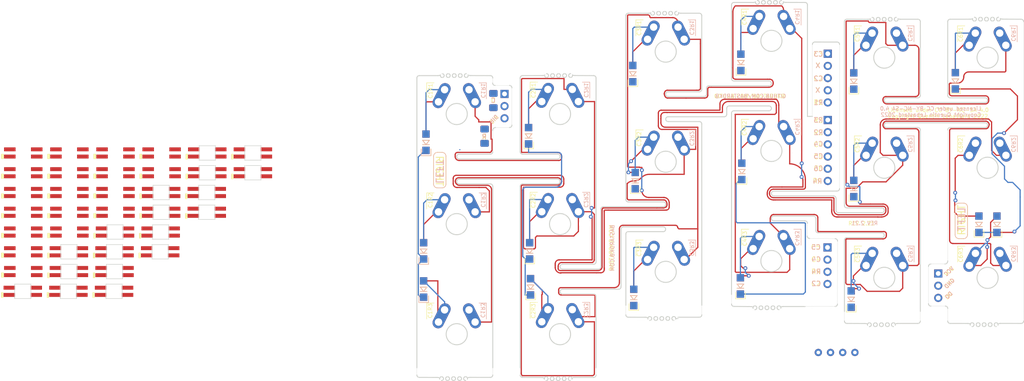
<source format=kicad_pcb>
(kicad_pcb (version 20211014) (generator pcbnew)
  (layers (0 "F.Cu" signal) (31 "B.Cu" signal) (34 "B.Paste" user) (35 "F.Paste" user) (36 "B.SilkS" user "B.Silkscreen") (37 "F.SilkS" user "F.Silkscreen") (38 "B.Mask" user) (39 "F.Mask" user) (44 "Edge.Cuts" user))
  (net 0 "")
  (net 1 "col1")
  (net 2 "col2")
  (net 3 "Net-(D9-Pad2)")
  (net 4 "col3")
  (net 5 "Net-(D11-Pad2)")
  (net 6 "Net-(D12-Pad2)")
  (net 7 "Net-(D14-Pad2)")
  (net 8 "col4")
  (net 9 "Net-(D15-Pad2)")
  (net 10 "Net-(D16-Pad2)")
  (net 11 "Net-(D17-Pad2)")
  (net 12 "col5")
  (net 13 "col6")
  (net 14 "row3")
  (net 15 "row2")
  (net 16 "row4")
  (net 17 "row5")
  (net 18 "Net-(D13-Pad2)")
  (net 19 "Net-(D1-Pad2)")
  (net 20 "Vcc")
  (net 21 "Net-(D28-Pad3)")
  (net 22 "Net-(D32-Pad2)")
  (net 23 "Net-(D2-Pad2)")
  (net 24 "Net-(D19-Pad2)")
  (net 25 "Net-(D20-Pad2)")
  (net 26 "Net-(D27-Pad2)")
  (net 27 "Net-(D31-Pad2)")
  (net 28 "Gnd")
  (net 29 "Din")
  (net 30 "Dout")
  (net 31 "Net-(D35-Pad2)")
  (net 32 "Net-(D36-Pad2)")
  (net 33 "Net-(D3-Pad2)")
  (net 34 "row1")
  (net 35 "Net-(R1-Pad2)")
  (net 36 "Net-(D5-Pad1)")
  (net 37 "Net-(D5-Pad3)")
  (net 38 "Net-(D33-Pad4)")
  (net 39 "Net-(D33-Pad3)")
  (net 40 "Net-(D21-Pad1)")
  (net 41 "Net-(D21-Pad2)")
  (net 42 "Net-(D21-Pad3)")
  (net 43 "Net-(D21-Pad4)")
  (net 44 "Net-(D22-Pad2)")
  (net 45 "Net-(D22-Pad4)")
  (net 46 "Net-(D23-Pad1)")
  (net 47 "Net-(D25-Pad1)")
  (net 48 "Net-(D28-Pad1)")
  (net 49 "Net-(D28-Pad2)")
  (net 50 "Net-(D28-Pad4)")
  (net 51 "Net-(D29-Pad2)")
  (net 52 "Net-(D29-Pad4)")
  (net 53 "Net-(D30-Pad1)")
  (net 55 "Net-(D37-Pad1)")
  (net 56 "Net-(D39-Pad1)")
  (net 57 "Net-(D41-Pad1)")
  (net 58 "Net-(D42-Pad1)")
  (net 61 "Net-(D47-Pad1)")
  (net 62 "Net-(D49-Pad1)")
  (net 63 "Net-(D55-Pad1)")
  (net 64 "Net-(D55-Pad2)")
  (net 66 "Net-(D55-Pad4)")
  (net 67 "Net-(D56-Pad2)")
  (net 69 "Net-(D56-Pad4)")
  (net 70 "Net-(D57-Pad1)")
  (footprint "libs2:YS-SK6812MINI-E_REVERSE" (layer "F.Cu") (at -1.56 96.536)
    (fp_text reference "D39" hide)
    (fp_text value "SK6812MINI")
    (fp_line (start 1.7 1.5) (end 1.7 -1.5) (layer "Edge.Cuts") (width 0.12))
    (fp_line (start -1.7 1.5) (end 1.7 1.5) (layer "Edge.Cuts") (width 0.12))
    (fp_line (start -1.7 -1.5) (end -1.7 1.5) (layer "Edge.Cuts") (width 0.12))
    (fp_line (start 1.7 -1.5) (end -1.7 -1.5) (layer "Edge.Cuts") (width 0.12))
  )
  (footprint "libs2:YS-SK6812MINI-E_REVERSE" (layer "F.Cu") (at 8.04 88.296)
    (fp_text reference "D21" hide)
    (fp_text value "SK6812MINI")
    (fp_line (start -1.7 -1.5) (end -1.7 1.5) (layer "Edge.Cuts") (width 0.12))
    (fp_line (start 1.7 -1.5) (end -1.7 -1.5) (layer "Edge.Cuts") (width 0.12))
    (fp_line (start 1.7 1.5) (end 1.7 -1.5) (layer "Edge.Cuts") (width 0.12))
    (fp_line (start -1.7 1.5) (end 1.7 1.5) (layer "Edge.Cuts") (width 0.12))
  )
  (footprint "custom:Diode_TH_SOD123" (layer "F.Cu") (at 151.7722 107.2754 90)
    (fp_text reference "D31" hide)
    (fp_text value "D")
  )
  (footprint "custom:Diode_TH_SOD123" (layer "F.Cu") (at 128.8222 57.9254 90)
    (fp_text reference "D13" hide)
    (fp_text value "D")
  )
  (footprint "libs2:YS-SK6812MINI-E_REVERSE" (layer "F.Cu") (at 8.14 80.056)
    (fp_text reference "D37" hide)
    (fp_text value "SK6812MINI")
    (fp_line (start -1.7 -1.5) (end -1.7 1.5) (layer "Edge.Cuts") (width 0.12))
    (fp_line (start 1.7 -1.5) (end -1.7 -1.5) (layer "Edge.Cuts") (width 0.12))
    (fp_line (start -1.7 1.5) (end 1.7 1.5) (layer "Edge.Cuts") (width 0.12))
    (fp_line (start 1.7 1.5) (end 1.7 -1.5) (layer "Edge.Cuts") (width 0.12))
  )
  (footprint "Connector_PinHeader_2.54mm:PinHeader_1x03_P2.54mm_Vertical" (layer "F.Cu") (at 79.617 59.511)
    (fp_text reference "J3" hide)
    (fp_text value "Conn_01x03_Female")
  )
  (footprint "libs2:YS-SK6812MINI-E_REVERSE" (layer "F.Cu") (at 27.24 75.936)
    (fp_text reference "D59" hide)
    (fp_text value "SK6812MINI")
    (fp_line (start 1.7 -1.5) (end -1.7 -1.5) (layer "Edge.Cuts") (width 0.12))
    (fp_line (start 1.7 1.5) (end 1.7 -1.5) (layer "Edge.Cuts") (width 0.12))
    (fp_line (start -1.7 1.5) (end 1.7 1.5) (layer "Edge.Cuts") (width 0.12))
    (fp_line (start -1.7 -1.5) (end -1.7 1.5) (layer "Edge.Cuts") (width 0.12))
  )
  (footprint "custom:Diode_TH_SOD123" (layer "F.Cu") (at 85.031 104.717 90)
    (fp_text reference "D12" hide)
    (fp_text value "D")
  )
  (footprint "custom:Diode_TH_SOD123" (layer "F.Cu") (at 106.8222 82.5754 90)
    (fp_text reference "D19" hide)
    (fp_text value "D")
  )
  (footprint "Capacitor_SMD:C_1206_3216Metric_Pad1.42x1.75mm_HandSolder" (layer "F.Cu") (at 77.297 60.881 -90)
    (fp_text reference "C1" hide)
    (fp_text value "C")
  )
  (footprint "libs2:YS-SK6812MINI-E_REVERSE_NO_EDGECUT" (layer "F.Cu") (at -1.36 71.816)
    (fp_text reference "D58" hide)
    (fp_text value "SK6812MINI")
  )
  (footprint "custom:Diode_TH_SOD123" (layer "F.Cu") (at 129.018482 80.6562 90)
    (fp_text reference "D27" hide)
    (fp_text value "D")
  )
  (footprint "libs2:YS-SK6812MINI-E_REVERSE_NO_EDGECUT" (layer "F.Cu") (at -20.56 96.536)
    (fp_text reference "D38" hide)
    (fp_text value "SK6812MINI")
  )
  (footprint "libs2:YS-SK6812MINI-E_REVERSE" (layer "F.Cu") (at -1.66 100.656)
    (fp_text reference "D47" hide)
    (fp_text value "SK6812MINI")
    (fp_line (start 1.7 1.5) (end 1.7 -1.5) (layer "Edge.Cuts") (width 0.12))
    (fp_line (start -1.7 -1.5) (end -1.7 1.5) (layer "Edge.Cuts") (width 0.12))
    (fp_line (start -1.7 1.5) (end 1.7 1.5) (layer "Edge.Cuts") (width 0.12))
    (fp_line (start 1.7 -1.5) (end -1.7 -1.5) (layer "Edge.Cuts") (width 0.12))
  )
  (footprint "libs2:YS-SK6812MINI-E_REVERSE_NO_EDGECUT" (layer "F.Cu") (at -10.96 71.816)
    (fp_text reference "D40" hide)
    (fp_text value "SK6812MINI")
  )
  (footprint "Erics_Footprints:YS-SK6812MINI-E_REVERSE_NO_EDGECUT" (layer "F.Cu") (at 8.24 71.816)
    (fp_text reference "D29" hide)
    (fp_text value "SK6812MINI")
  )
  (footprint "libs2:YS-SK6812MINI-E_REVERSE_NO_EDGECUT" (layer "F.Cu") (at -20.56 84.176)
    (fp_text reference "D34" hide)
    (fp_text value "SK6812MINI")
  )
  (footprint "customs:PinHeader_1x05_P2.54mm_Vertical" (layer "F.Cu") (at 146.9078 51.130199)
    (fp_text reference "J2" hide)
    (fp_text value "Conn_01x05_Female")
  )
  (footprint "Connector_PinHeader_2.54mm:PinHeader_1x06_P2.54mm_Vertical" (layer "F.Cu") (at 146.9078 64.947799)
    (fp_text reference "J4" hide)
    (fp_text value "Conn_01x06_Female")
  )
  (footprint "Connector_PinHeader_2.54mm:PinHeader_1x03_P2.54mm_Vertical" (layer "F.Cu") (at 169.9022 96.9454)
    (fp_text reference "J5" hide)
    (fp_text value "Conn_01x03_Female")
  )
  (footprint "libs2:YS-SK6812MINI-E_REVERSE" (layer "F.Cu") (at -11.06 96.536)
    (fp_text reference "D33" hide)
    (fp_text value "SK6812MINI")
    (fp_line (start 1.7 1.5) (end 1.7 -1.5) (layer "Edge.Cuts") (width 0.12))
    (fp_line (start -1.7 1.5) (end 1.7 1.5) (layer "Edge.Cuts") (width 0.12))
    (fp_line (start 1.7 -1.5) (end -1.7 -1.5) (layer "Edge.Cuts") (width 0.12))
    (fp_line (start -1.7 -1.5) (end -1.7 1.5) (layer "Edge.Cuts") (width 0.12))
  )
  (footprint "Erics_Footprints:YS-SK6812MINI-E_REVERSE" (layer "F.Cu") (at 8.14 84.176)
    (fp_text reference "D28" hide)
    (fp_text value "SK6812MINI")
    (fp_line (start 1.7 -1.5) (end -1.7 -1.5) (layer "Edge.Cuts") (width 0.12))
    (fp_line (start -1.7 1.5) (end 1.7 1.5) (layer "Edge.Cuts") (width 0.12))
    (fp_line (start 1.7 1.5) (end 1.7 -1.5) (layer "Edge.Cuts") (width 0.12))
    (fp_line (start -1.7 -1.5) (end -1.7 1.5) (layer "Edge.Cuts") (width 0.12))
  )
  (footprint "custom:Diode_TH_SOD123" (layer "F.Cu") (at 106.3222 60.2754 90)
    (fp_text reference "D11" hide)
    (fp_text value "D")
  )
  (footprint "Resistor_SMD:R_1206_3216Metric_Pad1.42x1.75mm_HandSolder" (layer "F.Cu") (at 75.457 68.311 -90)
    (fp_text reference "R2" hide)
    (fp_text value "R")
  )
  (footprint "custom:Diode_TH_SOD123" (layer "F.Cu") (at 152.3222 84.2254 90)
    (fp_text reference "D32" hide)
    (fp_text value "D")
  )
  (footprint "custom:Diode_TH_SOD123" (layer "F.Cu") (at 84.6222 73.2254 90)
    (fp_text reference "D9" hide)
    (fp_text value "D")
  )
  (footprint "custom:Diode_TH_SOD123" (layer "F.Cu") (at 106.5222 106.9254 90)
    (fp_text reference "D17" hide)
    (fp_text value "D")
  )
  (footprint "custom:Diode_TH_SOD123" (layer "F.Cu") (at 152.3222 61.8254 90)
    (fp_text reference "D14" hide)
    (fp_text value "D")
  )
  (footprint "Connector_PinHeader_2.54mm:PinHeader_1x04_P2.54mm_Vertical" (layer "F.Cu") (at 146.847 91.511)
    (fp_text reference "J1" hide)
    (fp_text value "Conn_01x04_Female")
  )
  (footprint "libs2:YS-SK6812MINI-E_REVERSE_NO_EDGECUT" (layer "F.Cu") (at -10.96 80.056)
    (fp_text reference "D52" hide)
    (fp_text value "SK6812MINI")
  )
  (footprint "Erics_Footprints:YS-SK6812MINI-E_REVERSE" (layer "F.Cu") (at 17.74 75.936)
    (fp_text reference "D30" hide)
    (fp_text value "SK6812MINI")
    (fp_line (start 1.7 1.5) (end 1.7 -1.5) (layer "Edge.Cuts") (width 0.12))
    (fp_line (start 1.7 -1.5) (end -1.7 -1.5) (layer "Edge.Cuts") (width 0.12))
    (fp_line (start -1.7 -1.5) (end -1.7 1.5) (layer "Edge.Cuts") (width 0.12))
    (fp_line (start -1.7 1.5) (end 1.7 1.5) (layer "Edge.Cuts") (width 0.12))
  )
  (footprint "Erics_Footprints:YS-SK6812MINI-E_REVERSE" (layer "F.Cu") (at 17.64 84.176)
    (fp_text reference "D55" hide)
    (fp_text value "SK6812MINI")
    (fp_line (start -1.7 1.5) (end 1.7 1.5) (layer "Edge.Cuts") (width 0.12))
    (fp_line (start 1.7 -1.5) (end -1.7 -1.5) (layer "Edge.Cuts") (width 0.12))
    (fp_line (start 1.7 1.5) (end 1.7 -1.5) (layer "Edge.Cuts") (width 0.12))
    (fp_line (start -1.7 -1.5) (end -1.7 1.5) (layer "Edge.Cuts") (width 0.12))
  )
  (footprint "custom:Diode_TH_SOD123" (layer "F.Cu") (at 128.7222 104.5254 90)
    (fp_text reference "D20" hide)
    (fp_text value "D")
  )
  (footprint "libs2:YS-SK6812MINI-E_REVERSE_NO_EDGECUT" (layer "F.Cu") (at -1.36 80.056)
    (fp_text reference "D6" hide)
    (fp_text value "SK6812MINI")
  )
  (footprint "libs2:YS-SK6812MINI-E_REVERSE_NO_EDGECUT" (layer "F.Cu") (at -1.36 75.936)
    (fp_text reference "D50" hide)
    (fp_text value "SK6812MINI")
  )
  (footprint "libs2:YS-SK6812MINI-E_REVERSE_NO_EDGECUT" (layer "F.Cu") (at -10.96 84.176)
    (fp_text reference "D60" hide)
    (fp_text value "SK6812MINI")
  )
  (footprint "Erics_Footprints:YS-SK6812MINI-E_REVERSE_NO_EDGECUT" (layer "F.Cu") (at -20.56 71.816)
    (fp_text reference "D45" hide)
    (fp_text value "SK6812MINI")
  )
  (footprint "libs2:YS-SK6812MINI-E_REVERSE_NO_EDGECUT" (layer "F.Cu") (at -1.36 84.176)
    (fp_text reference "D24" hide)
    (fp_text value "SK6812MINI")
  )
  (footprint "libs2:YS-SK6812MINI-E_REVERSE" (layer "F.Cu") (at -20.66 100.656)
    (fp_text reference "D7" hide)
    (fp_text value "SK6812MINI")
    (fp_line (start -1.7 1.5) (end 1.7 1.5) (layer "Edge.Cuts") (width 0.12))
    (fp_line (start 1.7 1.5) (end 1.7 -1.5) (layer "Edge.Cuts") (width 0.12))
    (fp_line (start -1.7 -1.5) (end -1.7 1.5) (layer "Edge.Cuts") (width 0.12))
    (fp_line (start 1.7 -1.5) (end -1.7 -1.5) (layer "Edge.Cuts") (width 0.12))
  )
  (footprint "libs2:YS-SK6812MINI-E_REVERSE_NO_EDGECUT" (layer "F.Cu") (at 8.24 75.936)
    (fp_text reference "D8" hide)
    (fp_text value "SK6812MINI")
  )
  (footprint "libs2:YS-SK6812MINI-E_REVERSE_NO_EDGECUT" (layer "F.Cu") (at -10.96 75.936)
    (fp_text reference "D22" hide)
    (fp_text value "SK6812MINI")
  )
  (footprint "libs2:YS-SK6812MINI-E_REVERSE_NO_EDGECUT" (layer "F.Cu") (at -20.56 88.296)
    (fp_text reference "D42" hide)
    (fp_text value "SK6812MINI")
  )
  (footprint "Erics_Footprints:YS-SK6812MINI-E_REVERSE_NO_EDGECUT" (layer "F.Cu") (at -20.56 92.416)
    (fp_text reference "D56" hide)
    (fp_text value "SK6812MINI")
  )
  (footprint "libs2:YS-SK6812MINI-E_REVERSE" (layer "F.Cu") (at -11.06 92.416)
    (fp_text reference "D5" hide)
    (fp_text value "SK6812MINI")
    (fp_line (start -1.7 -1.5) (end -1.7 1.5) (layer "Edge.Cuts") (width 0.12))
    (fp_line (start 1.7 1.5) (end 1.7 -1.5) (layer "Edge.Cuts") (width 0.12))
    (fp_line (start -1.7 1.5) (end 1.7 1.5) (layer "Edge.Cuts") (width 0.12))
    (fp_line (start 1.7 -1.5) (end -1.7 -1.5) (layer "Edge.Cuts") (width 0.12))
  )
  (footprint "libs2:YS-SK6812MINI-E_REVERSE" (layer "F.Cu") (at -1.56 92.416)
    (fp_text reference "D25" hide)
    (fp_text value "SK6812MINI")
    (fp_line (start 1.7 1.5) (end 1.7 -1.5) (layer "Edge.Cuts") (width 0.12))
    (fp_line (start -1.7 1.5) (end 1.7 1.5) (layer "Edge.Cuts") (width 0.12))
    (fp_line (start -1.7 -1.5) (end -1.7 1.5) (layer "Edge.Cuts") (width 0.12))
    (fp_line (start 1.7 -1.5) (end -1.7 -1.5) (layer "Edge.Cuts") (width 0.12))
  )
  (footprint "custom:Diode_TH_SOD123" (layer "F.Cu") (at 182.1222 91.6754 90)
    (fp_text reference "D35" hide)
    (fp_text value "D")
  )
  (footprint "Erics_Footprints:YS-SK6812MINI-E_REVERSE_NO_EDGECUT" (layer "F.Cu") (at -10.96 88.296)
    (fp_text reference "D43" hide)
    (fp_text value "SK6812MINI")
  )
  (footprint "libs2:YS-SK6812MINI-E_REVERSE_NO_EDGECUT" (layer "F.Cu") (at -20.56 80.056)
    (fp_text reference "D48" hide)
    (fp_text value "SK6812MINI")
  )
  (footprint "libs2:YS-SK6812MINI-E_REVERSE" (layer "F.Cu") (at 7.94 92.416)
    (fp_text reference "D51" hide)
    (fp_text value "SK6812MINI")
    (fp_line (start 1.7 1.5) (end 1.7 -1.5) (layer "Edge.Cuts") (width 0.12))
    (fp_line (start -1.7 -1.5) (end -1.7 1.5) (layer "Edge.Cuts") (width 0.12))
    (fp_line (start -1.7 1.5) (end 1.7 1.5) (layer "Edge.Cuts") (width 0.12))
    (fp_line (start 1.7 -1.5) (end -1.7 -1.5) (layer "Edge.Cuts") (width 0.12))
  )
  (footprint "custom:Diode_TH_SOD123" (layer "F.Cu") (at 84.836893 97.2254 90)
    (fp_text reference "D15" hide)
    (fp_text value "D")
  )
  (footprint "libs2:YS-SK6812MINI-E_REVERSE_NO_EDGECUT" (layer "F.Cu") (at -20.56 75.936)
    (fp_text reference "D26" hide)
    (fp_text value "SK6812MINI")
  )
  (footprint "libs2:YS-SK6812MINI-E_REVERSE" (layer "F.Cu") (at 27.24 71.816)
    (fp_text reference "D49" hide)
    (fp_text value "SK6812MINI")
    (fp_line (start -1.7 1.5) (end 1.7 1.5) (layer "Edge.Cuts") (width 0.12))
    (fp_line (start 1.7 -1.5) (end -1.7 -1.5) (layer "Edge.Cuts") (width 0.12))
    (fp_line (start -1.7 -1.5) (end -1.7 1.5) (layer "Edge.Cuts") (width 0.12))
    (fp_line (start 1.7 1.5) (end 1.7 -1.5) (layer "Edge.Cuts") (width 0.12))
  )
  (footprint "custom:Diode_TH_SOD123" (layer "F.Cu") (at 173.4722 61.7754 90)
    (fp_text reference "D16" hide)
    (fp_text value "D")
  )
  (footprint "custom:Diode_TH_SOD123" (layer "F.Cu") (at 62.7754 97.2254 90)
    (fp_text reference "D3" hide)
    (fp_text value "D")
  )
  (footprint "custom:Diode_TH_SOD123" (layer "F.Cu") (at 63.2722 74.5754 90)
    (fp_text reference "D2" hide)
    (fp_text value "D")
  )
  (footprint "custom:Diode_TH_SOD123" (layer "F.Cu") (at 178.3722 91.6754 90)
    (fp_text reference "D36" hide)
    (fp_text value "D")
  )
  (footprint "libs2:YS-SK6812MINI-E_REVERSE" (layer "F.Cu") (at -11.16 100.656)
    (fp_text reference "D23" hide)
    (fp_text value "SK6812MINI")
    (fp_line (start 1.7 1.5) (end 1.7 -1.5) (layer "Edge.Cuts") (width 0.12))
    (fp_line (start 1.7 -1.5) (end -1.7 -1.5) (layer "Edge.Cuts") (width 0.12))
    (fp_line (start -1.7 -1.5) (end -1.7 1.5) (layer "Edge.Cuts") (width 0.12))
    (fp_line (start -1.7 1.5) (end 1.7 1.5) (layer "Edge.Cuts") (width 0.12))
  )
  (footprint "libs2:YS-SK6812MINI-E_REVERSE" (layer "F.Cu") (at 17.64 80.056)
    (fp_text reference "D41" hide)
    (fp_text value "SK6812MINI")
    (fp_line (start 1.7 -1.5) (end -1.7 -1.5) (layer "Edge.Cuts") (width 0.12))
    (fp_line (start -1.7 1.5) (end 1.7 1.5) (layer "Edge.Cuts") (width 0.12))
    (fp_line (start -1.7 -1.5) (end -1.7 1.5) (layer "Edge.Cuts") (width 0.12))
    (fp_line (start 1.7 1.5) (end 1.7 -1.5) (layer "Edge.Cuts") (width 0.12))
  )
  (footprint "libs2:YS-SK6812MINI-E_REVERSE" (layer "F.Cu") (at -1.46 88.296)
    (fp_text reference "D57" hide)
    (fp_text value "SK6812MINI")
    (fp_line (start -1.7 -1.5) (end -1.7 1.5) (layer "Edge.Cuts") (width 0.12))
    (fp_line (start 1.7 -1.5) (end -1.7 -1.5) (layer "Edge.Cuts") (width 0.12))
    (fp_line (start -1.7 1.5) (end 1.7 1.5) (layer "Edge.Cuts") (width 0.12))
    (fp_line (start 1.7 1.5) (end 1.7 -1.5) (layer "Edge.Cuts") (width 0.12))
  )
  (footprint "Erics_Footprints:4 pin magnetic connector" (layer "F.Cu") (at 148.745 113.403)
    (fp_text reference "J7" hide)
    (fp_text value "Conn_01x04")
  )
  (footprint "Erics_Footprints:YS-SK6812MINI-E_REVERSE" (layer "F.Cu") (at 17.74 71.816)
    (fp_text reference "D44" hide)
    (fp_text value "SK6812MINI")
    (fp_line (start -1.7 1.5) (end 1.7 1.5) (layer "Edge.Cuts") (width 0.12))
    (fp_line (start -1.7 -1.5) (end -1.7 1.5) (layer "Edge.Cuts") (width 0.12))
    (fp_line (start 1.7 1.5) (end 1.7 -1.5) (layer "Edge.Cuts") (width 0.12))
    (fp_line (start 1.7 -1.5) (end -1.7 -1.5) (layer "Edge.Cuts") (width 0.12))
  )
  (footprint "custom:Diode_TH_SOD123" (layer "F.Cu") (at 62.7722 105.1754 90)
    (fp_text reference "D1" hide)
    (fp_text value "D")
  )
  (footprint "Capacitor_SMD:C_1206_3216Metric_Pad1.42x1.75mm_HandSolder" (layer "B.Cu") (at 77.307 60.891 -90)
    (fp_text reference "C2" hide)
    (fp_text value "C")
  )
  (footprint "custom:SW_MX_reversible" (layer "B.Cu") (at 113.2004 96.5642 180)
    (fp_text reference "SW12" hide)
    (fp_text value "SW_Push")
  )
  (footprint "custom:SW_MX_reversible" (layer "B.Cu") (at 91.188599 86.6074 180)
    (fp_text reference "SW7" hide)
    (fp_text value "SW_Push")
  )
  (footprint "custom:SW_MX_reversible" (layer "B.Cu") (at 135.1714 71.3928 180)
    (fp_text reference "SW16" hide)
    (fp_text value "SW_Push")
  )
  (footprint "custom:SW_MX_reversible" (layer "B.Cu") (at 158.6934 74.8538 180)
    (fp_text reference "SW21" hide)
    (fp_text value "SW_Push")
  )
  (footprint "custom:SW_MX_reversible" (layer "B.Cu") (at 113.2004 73.6026 180)
    (fp_text reference "SW11" hide)
    (fp_text value "SW_Push")
  )
  (footprint "custom:SW_MX_reversible" (layer "B.Cu") (at 135.1714 94.3036 180)
    (fp_text reference "SW17" hide)
    (fp_text value "SW_Push")
  )
  (footprint "custom:SW_MX_reversible" (layer "B.Cu") (at 69.6842 63.703201 180)
    (fp_text reference "SW2" hide)
    (fp_text value "SW_Push")
  )
  (footprint "custom:SW_MX_reversible" (layer "B.Cu") (at 135.1714 48.4312 180)
    (fp_text reference "SW15" hide)
    (fp_text value "SW_Push")
  )
  (footprint "custom:SW_MX_reversible" (layer "B.Cu") (at 180.156399 51.917598 180)
    (fp_text reference "SW24" hide)
    (fp_text value "SW_Push")
  )
  (footprint "Resistor_SMD:R_1206_3216Metric_Pad1.42x1.75mm_HandSolder" (layer "B.Cu") (at 75.477 68.3185 -90)
    (fp_text reference "R1" hide)
    (fp_text value "R")
  )
  (footprint "custom:SW_MX_reversible" (layer "B.Cu") (at 91.188599 109.5436 180)
    (fp_text reference "SW8" hide)
    (fp_text value "SW_Push")
  )
  (footprint "custom:SW_MX_reversible" (layer "B.Cu") (at 113.2004 50.6664 180)
    (fp_text reference "SW10" hide)
    (fp_text value "SW_Push")
  )
  (footprint "custom:SW_MX_reversible" (layer "B.Cu") (at 180.181799 74.853798 180)
    (fp_text reference "SW25" hide)
    (fp_text value "SW_Push")
  )
  (footprint "custom:SW_MX_reversible" (layer "B.Cu") (at 180.181799 97.815398 180)
    (fp_text reference "SW26" hide)
    (fp_text value "SW_Push")
  )
  (footprint "custom:SW_MX_reversible" (layer "B.Cu") (at 158.668 51.9176 180)
    (fp_text reference "SW20" hide)
    (fp_text value "SW_Push")
  )
  (footprint "custom:SW_MX_reversible" (layer "B.Cu") (at 158.6934 97.8154 180)
    (fp_text reference "SW22" hide)
    (fp_text value "SW_Push")
  )
  (footprint "custom:SW_MX_reversible" (layer "B.Cu") (at 69.6842 109.601001 180)
    (fp_text reference "SW4" hide)
    (fp_text value "SW_Push")
  )
  (footprint "custom:SW_MX_reversible" (layer "B.Cu") (at 69.6842 86.639401 180)
    (fp_text reference "SW3" hide)
    (fp_text value "SW_Push")
  )
  (footprint "custom:SW_MX_reversible" (layer "B.Cu") (at 91.188599 63.6458 180)
    (fp_text reference "SW6" hide)
    (fp_text value "SW_Push")
  )
  (gr_line (start 173.418005 88.87722) (end 173.418005 83.05222) (layer "B.SilkS") (width 0.12))
  (gr_arc (start 173.418005 83.05222) (mid 173.648781 82.508953) (end 174.189083 82.271331) (layer "B.SilkS") (width 0.12))
  (gr_line (start 64.854916 78.304591) (end 64.854917 72.479591) (layer "B.SilkS") (width 0.12))
  (gr_line (start 175.208194 82.271331) (end 174.189083 82.271331) (layer "B.SilkS") (width 0.12))
  (gr_line (start 175.989084 83.067409) (end 175.989083 88.892409) (layer "B.SilkS") (width 0.12))
  (gr_line (start 67.425995 72.49478) (end 67.425995 78.31978) (layer "B.SilkS") (width 0.12))
  (gr_arc (start 66.645106 71.698702) (mid 67.197008 71.938373) (end 67.425996 72.49478) (layer "B.SilkS") (width 0.12))
  (gr_arc (start 64.854917 72.479591) (mid 65.085704 71.936346) (end 65.625995 71.698702) (layer "B.SilkS") (width 0.12))
  (gr_arc (start 175.208194 82.271331) (mid 175.760093 82.511) (end 175.989084 83.067409) (layer "B.SilkS") (width 0.12))
  (gr_arc (start 65.635806 79.100669) (mid 65.083907 78.861) (end 64.854916 78.304591) (layer "B.SilkS") (width 0.12))
  (gr_line (start 65.635806 79.100669) (end 66.654917 79.100669) (layer "B.SilkS") (width 0.12))
  (gr_arc (start 67.425995 78.31978) (mid 67.195219 78.863047) (end 66.654917 79.100669) (layer "B.SilkS") (width 0.12))
  (gr_line (start 174.198894 89.673298) (end 175.218005 89.673298) (layer "B.SilkS") (width 0.12))
  (gr_line (start 66.645106 71.698702) (end 65.625995 71.698702) (layer "B.SilkS") (width 0.12))
  (gr_arc (start 174.198894 89.673298) (mid 173.646992 89.433627) (end 173.418004 88.87722) (layer "B.SilkS") (width 0.12))
  (gr_arc (start 175.989083 88.892409) (mid 175.758296 89.435654) (end 175.218005 89.673298) (layer "B.SilkS") (width 0.12))
  (gr_line (start 173.418005 83.067408) (end 173.418005 88.892408) (layer "F.SilkS") (width 0.12))
  (gr_arc (start 175.989084 88.877219) (mid 175.760074 89.433602) (end 175.208194 89.673297) (layer "F.SilkS") (width 0.12))
  (gr_arc (start 65.625995 79.10067) (mid 65.085696 78.863042) (end 64.854917 78.319781) (layer "F.SilkS") (width 0.12))
  (gr_line (start 174.198894 82.27133) (end 175.218005 82.27133) (layer "F.SilkS") (width 0.12))
  (gr_arc (start 173.418004 83.067408) (mid 173.647003 82.511004) (end 174.198894 82.27133) (layer "F.SilkS") (width 0.12))
  (gr_line (start 175.208194 89.673297) (end 174.189083 89.673297) (layer "F.SilkS") (width 0.12))
  (gr_arc (start 175.218005 82.27133) (mid 175.758304 82.508958) (end 175.989083 83.052219) (layer "F.SilkS") (width 0.12))
  (gr_line (start 64.854916 72.494781) (end 64.854917 78.319781) (layer "F.SilkS") (width 0.12))
  (gr_arc (start 67.425996 78.304592) (mid 67.196997 78.860996) (end 66.645106 79.10067) (layer "F.SilkS") (width 0.12))
  (gr_line (start 66.645106 79.10067) (end 65.625995 79.10067) (layer "F.SilkS") (width 0.12))
  (gr_arc (start 64.854916 72.494781) (mid 65.083926 71.938398) (end 65.635806 71.698703) (layer "F.SilkS") (width 0.12))
  (gr_line (start 67.425995 78.304592) (end 67.425995 72.479592) (layer "F.SilkS") (width 0.12))
  (gr_arc (start 174.189083 89.673297) (mid 173.648782 89.435667) (end 173.418005 88.892408) (layer "F.SilkS") (width 0.12))
  (gr_arc (start 66.654917 71.698703) (mid 67.195218 71.936333) (end 67.425995 72.479592) (layer "F.SilkS") (width 0.12))
  (gr_line (start 65.635806 71.698703) (end 66.654917 71.698703) (layer "F.SilkS") (width 0.12))
  (gr_line (start 175.989084 88.877219) (end 175.989083 83.052219) (layer "F.SilkS") (width 0.12))
  (gr_arc (start 72.526963 55.683219) (mid 72.274869 55.655062) (end 72.035493 55.571141) (layer "Edge.Cuts") (width 0.2))
  (gr_line (start 125.3722 64.270399) (end 113.6722 64.270399) (layer "Edge.Cuts") (width 0.2))
  (gr_circle (center 157.400005 43.959363) (end 157.800005 43.959363) (layer "Edge.Cuts") (width 0.2) (fill none))
  (gr_line (start 144.9222 88.470399) (end 158.1722 88.470399) (layer "Edge.Cuts") (width 0.2))
  (gr_arc (start 160.585701 108.009412) (mid 160.32387 107.294365) (end 160.953921 107.721987) (layer "Edge.Cuts") (width 0.2))
  (gr_arc (start 142.1722 85.9704) (mid 142.525753 86.116847) (end 142.6722 86.4704) (layer "Edge.Cuts") (width 0.2))
  (gr_line (start 166.1722 67.020399) (end 166.1722 104.845398) (layer "Edge.Cuts") (width 0.2))
  (gr_arc (start 76.672201 78.270399) (mid 77.025754 78.416846) (end 77.172201 78.770399) (layer "Edge.Cuts") (width 0.2))
  (gr_line (start 116.32 42.695) (end 120.1722 42.6954) (layer "Edge.Cuts") (width 0.2))
  (gr_arc (start 109.47147 106.435762) (mid 110.100036 106.006053) (end 109.840691 106.721901) (layer "Edge.Cuts") (width 0.2))
  (gr_circle (center 69.15197 55.68911) (end 69.55197 55.68911) (layer "Edge.Cuts") (width 0.2) (fill none))
  (gr_arc (start 98.1722 101.220398) (mid 98.525754 101.366844) (end 98.6722 101.720398) (layer "Edge.Cuts") (width 0.2))
  (gr_line (start 150.3722 89.9704) (end 150.3722 104.845398) (layer "Edge.Cuts") (width 0.2))
  (gr_arc (start 113.6722 60.070401) (mid 113.172199 59.5704) (end 113.6722 59.070399) (layer "Edge.Cuts") (width 0.2))
  (gr_line (start 80.657 66.511002) (end 77.747 66.511002) (layer "Edge.Cuts") (width 0.05))
  (gr_arc (start 66.126477 118.969872) (mid 66.755026 118.54015) (end 66.495698 119.256011) (layer "Edge.Cuts") (width 0.2))
  (gr_arc (start 112.683 82.020399) (mid 113.183001 82.5204) (end 112.683 83.020399) (layer "Edge.Cuts") (width 0.2))
  (gr_arc (start 98.672201 118.095399) (mid 98.525755 118.448953) (end 98.172201 118.595399) (layer "Edge.Cuts") (width 0.2))
  (gr_arc (start 144.9222 88.470399) (mid 144.568647 88.323952) (end 144.4222 87.970399) (layer "Edge.Cuts") (width 0.2))
  (gr_arc (start 87.986084 55.575) (mid 87.747003 55.659765) (end 87.495008 55.688793) (layer "Edge.Cuts") (width 0.2))
  (gr_arc (start 150.3722 89.9704) (mid 150.518647 89.616847) (end 150.8722 89.4704) (layer "Edge.Cuts") (width 0.2))
  (gr_circle (center 135.1722 71.3954) (end 137.3722 71.3954) (layer "Edge.Cuts") (width 0.2) (fill none))
  (gr_circle (center 159.32 107.611903) (end 158.92 107.611903) (layer "Edge.Cuts") (width 0.2) (fill none))
  (gr_line (start 127.372201 63.0204) (end 134.6722 63.0204) (layer "Edge.Cuts") (width 0.2))
  (gr_line (start 113.6722 59.070399) (end 120.1722 59.070399) (layer "Edge.Cuts") (width 0.2))
  (gr_arc (start 71.893919 118.702902) (mid 72.133 118.618137) (end 72.384995 118.589109) (layer "Edge.Cuts") (width 0.2))
  (gr_arc (start 149.35 79.254999) (mid 149.203554 79.608553) (end 148.85 79.754999) (layer "Edge.Cuts") (width 0.2))
  (gr_arc (start 120.683482 105.555) (mid 120.537034 105.908547) (end 120.183482 106.055) (layer "Edge.Cuts") (width 0.2))
  (gr_line (start 171.8722 104.845398) (end 171.882199 104.2354) (layer "Edge.Cuts") (width 0.05))
  (gr_arc (start 143.9222 84.970399) (mid 144.275754 85.116846) (end 144.4222 85.470399) (layer "Edge.Cuts") (width 0.2))
  (gr_arc (start 165.6722 43.945399) (mid 166.029431 44.093535) (end 166.177 44.451) (layer "Edge.Cuts") (width 0.2))
  (gr_arc (start 148.918801 103.311) (mid 148.772354 103.664554) (end 148.418801 103.811) (layer "Edge.Cuts") (width 0.2))
  (gr_circle (center 67.901972 55.691291) (end 68.301972 55.691291) (layer "Edge.Cuts") (width 0.2) (fill none))
  (gr_arc (start 171.8722 44.4454) (mid 172.018647 44.091847) (end 172.3722 43.9454) (layer "Edge.Cuts") (width 0.2))
  (gr_line (start 90.672201 72.070399) (end 83.372201 72.070399) (layer "Edge.Cuts") (width 0.2))
  (gr_circle (center 113.604991 106.315612) (end 113.204991 106.315612) (layer "Edge.Cuts") (width 0.2) (fill none))
  (gr_arc (start 104.8722 43.1954) (mid 105.018647 42.841847) (end 105.3722 42.6954) (layer "Edge.Cuts") (width 0.2))
  (gr_line (start 61.8722 55.6954) (end 65.776975 55.695) (layer "Edge.Cuts") (width 0.2))
  (gr_line (start 105.3722 88.2204) (end 112.660285 88.2204) (layer "Edge.Cuts") (width 0.2))
  (gr_arc (start 179.6722 60.320399) (mid 180.025754 60.466846) (end 180.1722 60.820399) (layer "Edge.Cuts") (width 0.2))
  (gr_arc (start 179.6722 65.520399) (mid 180.025754 65.666846) (end 180.1722 66.020399) (layer "Edge.Cuts") (width 0.2))
  (gr_circle (center 69.01 118.851903) (end 68.61 118.851903) (layer "Edge.Cuts") (width 0.2) (fill none))
  (gr_arc (start 148.1222 80.7704) (mid 148.475753 80.916846) (end 148.622199 81.270399) (layer "Edge.Cuts") (width 0.2))
  (gr_arc (start 161.533526 43.839213) (mid 160.904974 44.268959) (end 161.164305 43.553074) (layer "Edge.Cuts") (width 0.2))
  (gr_circle (center 135.494991 104.081819) (end 135.094991 104.081819) (layer "Edge.Cuts") (width 0.2) (fill none))
  (gr_line (start 121.6722 59.570399) (end 121.6722 58.320399) (layer "Edge.Cuts") (width 0.2))
  (gr_line (start 142.1722 85.970399) (end 135.6722 85.9704) (layer "Edge.Cuts") (width 0.2))
  (gr_arc (start 90.672201 72.070399) (mid 91.025754 72.216846) (end 91.172201 72.570399) (layer "Edge.Cuts") (width 0.2))
  (gr_arc (start 155.766084 43.849279) (mid 155.527003 43.934046) (end 155.275008 43.963072) (layer "Edge.Cuts") (width 0.2))
  (gr_arc (start 125.8722 63.770399) (mid 125.725754 64.123953) (end 125.3722 64.270399) (layer "Edge.Cuts") (width 0.2))
  (gr_line (start 98.172201 118.595399) (end 94.159988 118.601206) (layer "Edge.Cuts") (width 0.2))
  (gr_arc (start 126.8722 40.9454) (mid 127.018647 40.591847) (end 127.3722 40.4454) (layer "Edge.Cuts") (width 0.2))
  (gr_line (start 171.8822 88.465401) (end 171.8722 67.0204) (layer "Edge.Cuts") (width 0.05))
  (gr_line (start 120.683482 105.555) (end 120.683482 103.555) (layer "Edge.Cuts") (width 0.05))
  (gr_circle (center 178.695009 43.933072) (end 179.095009 43.933072) (layer "Edge.Cuts") (width 0.2) (fill none))
  (gr_line (start 87.41 118.612987) (end 83.3722 118.595399) (layer "Edge.Cuts") (width 0.2))
  (gr_line (start 135.672199 79.770399) (end 142.1722 79.7704) (layer "Edge.Cuts") (width 0.2))
  (gr_arc (start 130.87 103.832987) (mid 131.122096 103.861136) (end 131.36147 103.945065) (layer "Edge.Cuts") (width 0.2))
  (gr_arc (start 90.672202 77.270399) (mid 91.025755 77.416847) (end 91.172201 77.7704) (layer "Edge.Cuts") (width 0.2))
  (gr_arc (start 156.134304 43.561854) (mid 156.396113 44.276764) (end 155.766084 43.849279) (layer "Edge.Cuts") (width 0.2))
  (gr_arc (start 99.672199 95.520399) (mid 99.525753 95.873952) (end 99.1722 96.020398) (layer "Edge.Cuts") (width 0.2))
  (gr_arc (start 166.1722 59.820399) (mid 166.025754 60.173953) (end 165.6722 60.320399) (layer "Edge.Cuts") (width 0.2))
  (gr_line (start 166.177 44.451) (end 166.1722 59.820399) (layer "Edge.Cuts") (width 0.2))
  (gr_arc (start 162.024996 43.951291) (mid 161.7729 43.92314) (end 161.533526 43.839213) (layer "Edge.Cuts") (width 0.2))
  (gr_arc (start 98.6722 94.520399) (mid 98.525754 94.873953) (end 98.1722 95.020399) (layer "Edge.Cuts") (width 0.2))
  (gr_arc (start 171.882201 94.3154) (mid 171.719764 94.767399) (end 171.2822 94.9654) (layer "Edge.Cuts") (width 0.2))
  (gr_line (start 104.8722 43.1954) (end 104.872201 81.5204) (layer "Edge.Cuts") (width 0.2))
  (gr_line (start 149.35 79.254999) (end 149.36 49.204598) (layer "Edge.Cuts") (width 0.05))
  (gr_line (start 77.172201 56.195401) (end 77.147001 57.241001) (layer "Edge.Cuts") (width 0.05))
  (gr_arc (start 115.82853 42.582922) (mid 115.199967 43.012655) (end 115.459309 42.296783) (layer "Edge.Cuts") (width 0.2))
  (gr_arc (start 154.695009 107.363071) (mid 154.947105 107.391222) (end 155.186479 107.475149) (layer "Edge.Cuts") (width 0.2))
  (gr_line (start 105.3722 82.020399) (end 112.683 82.020399) (layer "Edge.Cuts") (width 0.2))
  (gr_arc (start 177.429308 43.535563) (mid 177.691131 44.250666) (end 177.061088 43.822988) (layer "Edge.Cuts") (width 0.2))
  (gr_line (start 158.1722 84.270399) (end 149.1222 84.270399) (layer "Edge.Cuts") (width 0.2))
  (gr_circle (center 179.945007 43.930891) (end 180.345007 43.930891) (layer "Edge.Cuts") (width 0.2) (fill none))
  (gr_circle (center 69.672201 109.595398) (end 71.872201 109.595398) (layer "Edge.Cuts") (width 0.2) (fill none))
  (gr_line (start 104.8722 105.554999) (end 104.8722 103.554999) (layer "Edge.Cuts") (width 0.05))
  (gr_arc (start 150.8722 107.345398) (mid 150.518647 107.198951) (end 150.3722 106.845398) (layer "Edge.Cuts") (width 0.2))
  (gr_arc (start 176.08 107.352987) (mid 176.332096 107.381136) (end 176.57147 107.465065) (layer "Edge.Cuts") (width 0.2))
  (gr_line (start 120.672201 65.770399) (end 120.683482 103.555) (layer "Edge.Cuts") (width 0.2))
  (gr_circle (center 133.514997 40.441291) (end 133.914997 40.441291) (layer "Edge.Cuts") (width 0.2) (fill none))
  (gr_line (start 112.660285 87.220399) (end 104.3722 87.2204) (layer "Edge.Cuts") (width 0.2))
  (gr_line (start 148.9368 90.180598) (end 148.918801 103.311) (layer "Edge.Cuts") (width 0.05))
  (gr_arc (start 70.1722 78.270398) (mid 69.672202 77.7704) (end 70.1722 77.2704) (layer "Edge.Cuts") (width 0.2))
  (gr_circle (center 158.6722 97.845398) (end 160.8722 97.845398) (layer "Edge.Cuts") (width 0.2) (fill none))
  (gr_line (start 126.8722 103.304999) (end 126.8722 101.304999) (layer "Edge.Cuts") (width 0.05))
  (gr_arc (start 159.1722 66.520399) (mid 158.672201 66.0204) (end 159.1722 65.520399) (layer "Edge.Cuts") (width 0.2))
  (gr_arc (start 93.300692 119.259328) (mid 93.038871 118.544244) (end 93.668912 118.971903) (layer "Edge.Cuts") (width 0.2))
  (gr_arc (start 82.8722 56.195399) (mid 83.018647 55.841846) (end 83.372201 55.6954) (layer "Edge.Cuts") (width 0.2))
  (gr_circle (center 112.945007 42.700891) (end 113.345007 42.700891) (layer "Edge.Cuts") (width 0.2) (fill none))
  (gr_arc (start 171.8722 67.0204) (mid 172.018647 66.666847) (end 172.3722 66.5204) (layer "Edge.Cuts") (width 0.2))
  (gr_arc (start 77.172201 118.095398) (mid 77.025755 118.448953) (end 76.672201 118.595398) (layer "Edge.Cuts") (width 0.2))
  (gr_line (start 98.6722 94.520399) (end 98.672201 56.1954) (layer "Edge.Cuts") (width 0.2))
  (gr_line (start 150.372199 82.770399) (end 150.3722 44.4454) (layer "Edge.Cuts") (width 0.2))
  (gr_line (start 150.8722 89.4704) (end 158.1722 89.4704) (layer "Edge.Cuts") (width 0.2))
  (gr_circle (center 92.12 55.680721) (end 92.52 55.680721) (layer "Edge.Cuts") (width 0.2) (fill none))
  (gr_line (start 61.3722 118.095399) (end 61.3722 116.595399) (layer "Edge.Cuts") (width 0.05))
  (gr_arc (start 182.338912 107.454999) (mid 182.577996 107.370254) (end 182.829988 107.341206) (layer "Edge.Cuts") (width 0.2))
  (gr_line (start 61.3722 56.1954) (end 61.3722 116.595399) (layer "Edge.Cuts") (width 0.2))
  (gr_arc (start 158.6722 88.9704) (mid 158.525753 89.323953) (end 158.1722 89.4704) (layer "Edge.Cuts") (width 0.2))
  (gr_arc (start 143.1376 89.6446) (mid 142.784047 89.498153) (end 142.6376 89.1446) (layer "Edge.Cuts") (width 0.2))
  (gr_arc (start 182.82853 43.812922) (mid 182.199967 44.242655) (end 182.459309 43.526783) (layer "Edge.Cuts") (width 0.2))
  (gr_arc (start 61.8722 118.595399) (mid 61.518647 118.448952) (end 61.3722 118.095399) (layer "Edge.Cuts") (width 0.2))
  (gr_arc (start 80.657 57.741002) (mid 81.010553 57.887449) (end 81.157001 58.241003) (layer "Edge.Cuts") (width 0.2))
  (gr_arc (start 66.636271 55.293782) (mid 66.898146 56.008831) (end 66.268051 55.581207) (layer "Edge.Cuts") (width 0.2))
  (gr_arc (start 176.57147 107.721969) (mid 177.200035 107.292249) (end 176.940691 108.008108) (layer "Edge.Cuts") (width 0.2))
  (gr_arc (start 116.32 42.695) (mid 116.067904 42.66685) (end 115.82853 42.582922) (layer "Edge.Cuts") (width 0.2))
  (gr_line (start 94.244996 55.677012) (end 98.172201 55.6954) (layer "Edge.Cuts") (width 0.2))
  (gr_line (start 171.8722 106.845398) (end 171.8722 104.845398) (layer "Edge.Cuts") (width 0.05))
  (gr_line (start 142.6376 89.1446) (end 142.6722 86.4704) (layer "Edge.Cuts") (width 0.05))
  (gr_line (start 77.647002 57.741002) (end 80.657 57.741002) (layer "Edge.Cuts") (width 0.05))
  (gr_arc (start 127.3722 56.820399) (mid 127.018647 56.673952) (end 126.8722 56.320399) (layer "Edge.Cuts") (width 0.2))
  (gr_line (start 112.683 83.020399) (end 100.172201 83.020399) (layer "Edge.Cuts") (width 0.2))
  (gr_line (start 148.4368 89.680598) (end 143.1376 89.6446) (layer "Edge.Cuts") (width 0.05))
  (gr_arc (start 115.238912 106.425696) (mid 115.477995 106.340939) (end 115.729988 106.311903) (layer "Edge.Cuts") (width 0.2))
  (gr_circle (center 135.1722 94.345399) (end 137.3722 94.345399) (layer "Edge.Cuts") (width 0.2) (fill none))
  (gr_circle (center 134.244993 104.084) (end 133.844993 104.084) (layer "Edge.Cuts") (width 0.2) (fill none))
  (gr_circle (center 91.172201 63.6954) (end 93.372201 63.6954) (layer "Edge.Cuts") (width 0.2) (fill none))
  (gr_circle (center 112.354993 106.317793) (end 111.954993 106.317793) (layer "Edge.Cuts") (width 0.2) (fill none))
  (gr_arc (start 72.035493 55.571141) (mid 71.407004 56.000832) (end 71.666271 55.285003) (layer "Edge.Cuts") (width 0.2))
  (gr_arc (start 120.1722 42.6954) (mid 120.525753 42.841847) (end 120.6722 43.1954) (layer "Edge.Cuts") (width 0.2))
  (gr_circle (center 91.1822 86.6454) (end 93.382199 86.6454) (layer "Edge.Cuts") (width 0.2) (fill none))
  (gr_circle (center 89.620005 55.685084) (end 90.020005 55.685084) (layer "Edge.Cuts") (width 0.2) (fill none))
  (gr_line (start 131.39 40.445) (end 127.3722 40.4454) (layer "Edge.Cuts") (width 0.2))
  (gr_arc (start 82.8722 78.7704) (mid 83.018647 78.416847) (end 83.3722 78.2704) (layer "Edge.Cuts") (width 0.2))
  (gr_arc (start 168.3722 103.735399) (mid 168.018647 103.588952) (end 167.872199 103.235398) (layer "Edge.Cuts") (width 0.2))
  (gr_line (start 143.9222 84.970399) (end 135.6722 84.9704) (layer "Edge.Cuts") (width 0.2))
  (gr_arc (start 166.1722 106.845398) (mid 166.025754 107.198953) (end 165.6722 107.345398) (layer "Edge.Cuts") (width 0.2))
  (gr_circle (center 180.172199 51.9454) (end 182.372198 51.9454) (layer "Edge.Cuts") (width 0.2) (fill none))
  (gr_line (start 182.829988 107.341206) (end 187.1722 107.345398) (layer "Edge.Cuts") (width 0.2))
  (gr_arc (start 181.970692 107.999328) (mid 181.708871 107.284244) (end 182.338912 107.711903) (layer "Edge.Cuts") (width 0.2))
  (gr_line (start 90.672201 73.070399) (end 70.172201 73.0704) (layer "Edge.Cuts") (width 0.2))
  (gr_line (start 83.3722 78.2704) (end 90.672201 78.2704) (layer "Edge.Cuts") (width 0.2))
  (gr_circle (center 111.695009 42.703072) (end 112.095009 42.703072) (layer "Edge.Cuts") (width 0.2) (fill none))
  (gr_line (start 65.635007 118.60089) (end 61.8722 118.595399) (layer "Edge.Cuts") (width 0.2))
  (gr_arc (start 103.872201 99.720398) (mid 103.725755 100.073953) (end 103.372201 100.220398) (layer "Edge.Cuts") (width 0.2))
  (gr_line (start 77.172201 71.5704) (end 77.147 67.161001) (layer "Edge.Cuts") (width 0.05))
  (gr_circle (center 113.1722 73.645399) (end 115.3722 73.645399) (layer "Edge.Cuts") (width 0.2) (fill none))
  (gr_line (start 143.71 49.194999) (end 143.7 64.204999) (layer "Edge.Cuts") (width 0.05))
  (gr_line (start 125.8722 62.520399) (end 125.8722 63.770399) (layer "Edge.Cuts") (width 0.2))
  (gr_arc (start 113.6722 65.270399) (mid 113.172201 64.7704) (end 113.6722 64.270399) (layer "Edge.Cuts") (width 0.2))
  (gr_line (start 187.6722 104.845398) (end 187.6722 44.4454) (layer "Edge.Cuts") (width 0.05))
  (gr_arc (start 70.1722 73.0704) (mid 69.6722 72.5704) (end 70.1722 72.0704) (layer "Edge.Cuts") (width 0.2))
  (gr_arc (start 65.635007 118.60089) (mid 65.887103 118.629041) (end 66.126477 118.712968) (layer "Edge.Cuts") (width 0.2))
  (gr_circle (center 178.204996 107.606182) (end 177.804996 107.606182) (layer "Edge.Cuts") (width 0.2) (fill none))
  (gr_line (start 90.672201 77.270399) (end 70.1722 77.270399) (layer "Edge.Cuts") (width 0.2))
  (gr_arc (start 135.1722 57.3204) (mid 135.025754 57.673953) (end 134.672201 57.820399) (layer "Edge.Cuts") (width 0.2))
  (gr_line (start 168.3722 94.965399) (end 171.2822 94.965399) (layer "Edge.Cuts") (width 0.05))
  (gr_line (start 98.672201 118.095399) (end 98.672201 116.595399) (layer "Edge.Cuts") (width 0.05))
  (gr_arc (start 134.672201 56.8204) (mid 135.025753 56.966847) (end 135.1722 57.320399) (layer "Edge.Cuts") (width 0.2))
  (gr_arc (start 121.6722 59.570399) (mid 121.525754 59.923953) (end 121.1722 60.070399) (layer "Edge.Cuts") (width 0.2))
  (gr_circle (center 89.534996 118.866182) (end 89.134996 118.866182) (layer "Edge.Cuts") (width 0.2) (fill none))
  (gr_arc (start 180.1722 66.0204) (mid 180.025753 66.373953) (end 179.6722 66.5204) (layer "Edge.Cuts") (width 0.2))
  (gr_circle (center 69.6692 86.651402) (end 71.8692 86.651402) (layer "Edge.Cuts") (width 0.2) (fill none))
  (gr_circle (center 179.454993 107.604) (end 179.054993 107.604) (layer "Edge.Cuts") (width 0.2) (fill none))
  (gr_arc (start 77.146999 67.161001) (mid 77.309435 66.709001) (end 77.747 66.511001) (layer "Edge.Cuts") (width 0.2))
  (gr_line (start 83.372201 55.6954) (end 87.495008 55.688793) (layer "Edge.Cuts") (width 0.2))
  (gr_line (start 120.183482 106.055) (end 115.729988 106.054999) (layer "Edge.Cuts") (width 0.2))
  (gr_circle (center 136.014992 40.436928) (end 136.414992 40.436928) (layer "Edge.Cuts") (width 0.2) (fill none))
  (gr_arc (start 165.6722 66.520399) (mid 166.025754 66.666846) (end 166.1722 67.020399) (layer "Edge.Cuts") (width 0.2))
  (gr_line (start 105.3722 42.6954) (end 109.570012 42.706781) (layer "Edge.Cuts") (width 0.2))
  (gr_arc (start 158.1722 88.470399) (mid 158.525754 88.616846) (end 158.6722 88.970399) (layer "Edge.Cuts") (width 0.2))
  (gr_arc (start 187.1722 43.9454) (mid 187.525753 44.091847) (end 187.6722 44.4454) (layer "Edge.Cuts") (width 0.2))
  (gr_line (start 142.6722 64.204999) (end 143.7 64.204999) (layer "Edge.Cuts") (width 0.2))
  (gr_arc (start 183.32 43.925) (mid 183.067904 43.89685) (end 182.82853 43.812922) (layer "Edge.Cuts") (width 0.2))
  (gr_arc (start 110.429308 42.305563) (mid 110.691131 43.020666) (end 110.061088 42.592988) (layer "Edge.Cuts") (width 0.2))
  (gr_arc (start 142.1722 40.4454) (mid 142.525753 40.591847) (end 142.6722 40.9454) (layer "Edge.Cuts") (width 0.2))
  (gr_line (start 134.6722 56.820399) (end 127.3722 56.820399) (layer "Edge.Cuts") (width 0.2))
  (gr_circle (center 91.1722 109.595399) (end 93.3722 109.595399) (layer "Edge.Cuts") (width 0.2) (fill none))
  (gr_line (start 126.872201 63.5204) (end 126.8722 101.304999) (layer "Edge.Cuts") (width 0.2))
  (gr_line (start 165.6722 66.520399) (end 159.1722 66.520399) (layer "Edge.Cuts") (width 0.2))
  (gr_arc (start 105.3722 106.054999) (mid 105.018647 105.908552) (end 104.8722 105.554999) (layer "Edge.Cuts") (width 0.2))
  (gr_circle (center 90.784993 118.864) (end 90.384993 118.864) (layer "Edge.Cuts") (width 0.2) (fill none))
  (gr_circle (center 113.1722 50.695399) (end 115.3722 50.695399) (layer "Edge.Cuts") (width 0.2) (fill none))
  (gr_arc (start 159.1722 61.320399) (mid 158.672201 60.8204) (end 159.1722 60.320399) (layer "Edge.Cuts") (width 0.2))
  (gr_arc (start 87.41 118.612987) (mid 87.662096 118.641136) (end 87.90147 118.725065) (layer "Edge.Cuts") (width 0.2))
  (gr_arc (start 71.525699 119.247231) (mid 71.263867 118.532144) (end 71.893919 118.959806) (layer "Edge.Cuts") (width 0.2))
  (gr_line (start 120.172201 65.270399) (end 113.6722 65.270399) (layer "Edge.Cuts") (width 0.2))
  (gr_line (start 77.172201 78.770399) (end 77.172201 116.595398) (layer "Edge.Cuts") (width 0.2))
  (gr_circle (center 132.994996 104.086182) (end 132.594996 104.086182) (layer "Edge.Cuts") (width 0.2) (fill none))
  (gr_arc (start 131.36147 104.201969) (mid 131.990035 103.772249) (end 131.730691 104.488108) (layer "Edge.Cuts") (width 0.2))
  (gr_arc (start 76.6722 55.6954) (mid 77.025754 55.841847) (end 77.172201 56.195401) (layer "Edge.Cuts") (width 0.2))
  (gr_line (start 171.8822 88.465401) (end 171.8822 94.3154) (layer "Edge.Cuts") (width 0.05))
  (gr_line (start 144.4222 85.4704) (end 144.4222 87.970399) (layer "Edge.Cuts") (width 0.2))
  (gr_line (start 70.1722 72.0704) (end 76.672201 72.0704) (layer "Edge.Cuts") (width 0.2))
  (gr_line (start 150.3722 106.845398) (end 150.3722 104.845398) (layer "Edge.Cuts") (width 0.05))
  (gr_arc (start 180.1722 60.8204) (mid 180.025753 61.173953) (end 179.6722 61.3204) (layer "Edge.Cuts") (width 0.2))
  (gr_arc (start 91.172201 77.7704) (mid 91.025754 78.123954) (end 90.672201 78.2704) (layer "Edge.Cuts") (width 0.2))
  (gr_line (start 154.695009 107.363071) (end 150.8722 107.345398) (layer "Edge.Cuts") (width 0.2))
  (gr_arc (start 187.6722 106.845398) (mid 187.525754 107.198953) (end 187.1722 107.345398) (layer "Edge.Cuts") (width 0.2))
  (gr_line (start 176.08 107.352987) (end 172.3722 107.345398) (layer "Edge.Cuts") (width 0.2))
  (gr_arc (start 138.139988 40.433219) (mid 137.887893 40.405067) (end 137.648518 40.321141) (layer "Edge.Cuts") (width 0.2))
  (gr_arc (start 81.157001 66.011001) (mid 81.010554 66.364554) (end 80.657 66.511002) (layer "Edge.Cuts") (width 0.2))
  (gr_circle (center 158.6722 51.945399) (end 160.8722 51.945399) (layer "Edge.Cuts") (width 0.2) (fill none))
  (gr_line (start 155.275008 43.963072) (end 150.8722 43.9454) (layer "Edge.Cuts") (width 0.2))
  (gr_line (start 171.872199 59.820399) (end 171.8722 44.4454) (layer "Edge.Cuts") (width 0.2))
  (gr_line (start 81.157001 58.241003) (end 81.157001 66.011001) (layer "Edge.Cuts") (width 0.05))
  (gr_arc (start 150.3722 44.4454) (mid 150.518647 44.091847) (end 150.8722 43.9454) (layer "Edge.Cuts") (width 0.2))
  (gr_circle (center 69.6692 63.701402) (end 71.8692 63.701402) (layer "Edge.Cuts") (width 0.2) (fill none))
  (gr_arc (start 150.872199 83.270399) (mid 150.518647 83.123952) (end 150.372199 82.770399) (layer "Edge.Cuts") (width 0.2))
  (gr_arc (start 167.872199 95.4654) (mid 168.018646 95.111846) (end 168.3722 94.965399) (layer "Edge.Cuts") (width 0.2))
  (gr_line (start 108.98 106.06678) (end 105.3722 106.054999) (layer "Edge.Cuts") (width 0.2))
  (gr_line (start 104.8722 103.554999) (end 104.8722 88.7204) (layer "Edge.Cuts") (width 0.2))
  (gr_line (start 91.6722 95.020398) (end 98.1722 95.020399) (layer "Edge.Cuts") (width 0.2))
  (gr_line (start 158.1722 83.270399) (end 150.872199 83.270399) (layer "Edge.Cuts") (width 0.2))
  (gr_line (start 142.1884 103.821798) (end 137.619988 103.821206) (layer "Edge.Cuts") (width 0.2))
  (gr_line (start 103.372201 100.220398) (end 91.672201 100.220398) (layer "Edge.Cuts") (width 0.2))
  (gr_line (start 171.382198 103.735399) (end 168.3722 103.735399) (layer "Edge.Cuts") (width 0.05))
  (gr_arc (start 112.660285 87.220398) (mid 113.160302 87.7204) (end 112.660285 88.2204) (layer "Edge.Cuts") (width 0.2))
  (gr_circle (center 181.195004 43.928709) (end 181.595004 43.928709) (layer "Edge.Cuts") (width 0.2) (fill none))
  (gr_arc (start 132.249296 40.043782) (mid 132.511133 40.75884) (end 131.881076 40.331207) (layer "Edge.Cuts") (width 0.2))
  (gr_arc (start 172.372199 60.320399) (mid 172.018647 60.173952) (end 171.872199 59.820399) (layer "Edge.Cuts") (width 0.2))
  (gr_arc (start 91.1722 72.5704) (mid 91.025754 72.923953) (end 90.672201 73.070399) (layer "Edge.Cuts") (width 0.2))
  (gr_line (start 134.6722 62.020399) (end 126.3722 62.020399) (layer "Edge.Cuts") (width 0.2))
  (gr_arc (start 77.172201 71.5704) (mid 77.025754 71.923954) (end 76.672201 72.0704) (layer "Edge.Cuts") (width 0.2))
  (gr_arc (start 103.872201 87.720399) (mid 104.018648 87.366847) (end 104.3722 87.2204) (layer "Edge.Cuts") (width 0.2))
  (gr_arc (start 105.3722 82.020398) (mid 105.018648 81.873952) (end 104.872201 81.520399) (layer "Edge.Cuts") (width 0.2))
  (gr_arc (start 126.872201 63.5204) (mid 127.018648 63.166847) (end 127.372201 63.0204) (layer "Edge.Cuts") (width 0.2))
  (gr_circle (center 159.9 43.955) (end 160.3 43.955) (layer "Edge.Cuts") (width 0.2) (fill none))
  (gr_circle (center 158.650003 43.957182) (end 159.050003 43.957182) (layer "Edge.Cuts") (width 0.2) (fill none))
  (gr_circle (center 92.034991 118.861819) (end 91.634991 118.861819) (layer "Edge.Cuts") (width 0.2) (fill none))
  (gr_line (start 72.526963 55.683219) (end 76.6722 55.695401) (layer "Edge.Cuts") (width 0.2))
  (gr_arc (start 127.3722 103.804999) (mid 127.018647 103.658552) (end 126.8722 103.304999) (layer "Edge.Cuts") (width 0.2))
  (gr_arc (start 135.6722 85.9704) (mid 135.1722 85.4704) (end 135.6722 84.9704) (layer "Edge.Cuts") (width 0.2))
  (gr_line (start 82.8722 78.7704) (end 82.8722 116.595399) (layer "Edge.Cuts") (width 0.2))
  (gr_line (start 166.1722 106.845398) (end 166.1722 104.845398) (layer "Edge.Cuts") (width 0.05))
  (gr_line (start 148.1222 80.770399) (end 135.672199 80.7704) (layer "Edge.Cuts") (width 0.2))
  (gr_line (start 98.6722 101.720398) (end 98.672201 116.595399) (layer "Edge.Cuts") (width 0.2))
  (gr_arc (start 148.86 48.704598) (mid 149.213554 48.851044) (end 149.36 49.204598) (layer "Edge.Cuts") (width 0.2))
  (gr_arc (start 93.753526 55.564934) (mid 93.124969 55.994648) (end 93.384305 55.278795) (layer "Edge.Cuts") (width 0.2))
  (gr_arc (start 172.3722 107.345398) (mid 172.018647 107.198951) (end 171.8722 106.845398) (layer "Edge.Cuts") (width 0.2))
  (gr_arc (start 91.6722 96.020398) (mid 91.172202 95.5204) (end 91.6722 95.020398) (layer "Edge.Cuts") (width 0.2))
  (gr_line (start 142.6722 40.9454) (end 142.6722 64.204999) (layer "Edge.Cuts") (width 0.2))
  (gr_line (start 167.872199 103.235398) (end 167.872199 95.4654) (layer "Edge.Cuts") (width 0.05))
  (gr_line (start 176.570012 43.936781) (end 172.3722 43.9454) (layer "Edge.Cuts") (width 0.2))
  (gr_circle (center 158.6722 74.895399) (end 160.8722 74.895399) (layer "Edge.Cuts") (width 0.2) (fill none))
  (gr_arc (start 137.648518 40.321141) (mid 137.019976 40.750841) (end 137.279297 40.035002) (layer "Edge.Cuts") (width 0.2))
  (gr_line (start 148.6222 83.770399) (end 148.622199 81.270399) (layer "Edge.Cuts") (width 0.2))
  (gr_arc (start 91.672201 101.220398) (mid 91.172202 100.7204) (end 91.672201 100.220398) (layer "Edge.Cuts") (width 0.2))
  (gr_circle (center 158.070002 107.614084) (end 157.670002 107.614084) (layer "Edge.Cuts") (width 0.2) (fill none))
  (gr_arc (start 137.128912 103.934999) (mid 137.367996 103.850254) (end 137.619988 103.821206) (layer "Edge.Cuts") (width 0.2))
  (gr_arc (start 110.061088 42.592988) (mid 109.822005 42.677734) (end 109.570012 42.706781) (layer "Edge.Cuts") (width 0.2))
  (gr_line (start 76.672201 78.270399) (end 70.1722 78.270399) (layer "Edge.Cuts") (width 0.2))
  (gr_line (start 113.6722 60.0704) (end 121.1722 60.070399) (layer "Edge.Cuts") (width 0.2))
  (gr_line (start 161.444997 107.35129) (end 165.6722 107.345398) (layer "Edge.Cuts") (width 0.2))
  (gr_arc (start 135.172201 62.520401) (mid 135.025754 62.873954) (end 134.6722 63.0204) (layer "Edge.Cuts") (width 0.2))
  (gr_circle (center 180.704991 107.601819) (end 180.304991 107.601819) (layer "Edge.Cuts") (width 0.2) (fill none))
  (gr_line (start 77.172201 118.095398) (end 77.172201 116.595398) (layer "Edge.Cuts") (width 0.05))
  (gr_circle (center 113.1722 96.595399) (end 115.3722 96.595399) (layer "Edge.Cuts") (width 0.2) (fill none))
  (gr_line (start 148.418801 103.811) (end 142.1884 103.821798) (layer "Edge.Cuts") (width 0.05))
  (gr_circle (center 135.1722 48.445399) (end 137.3722 48.445399) (layer "Edge.Cuts") (width 0.2) (fill none))
  (gr_arc (start 177.061088 43.822988) (mid 176.822005 43.907734) (end 176.570012 43.936781) (layer "Edge.Cuts") (width 0.2))
  (gr_arc (start 104.8722 88.7204) (mid 105.018647 88.366847) (end 105.3722 88.2204) (layer "Edge.Cuts") (width 0.2))
  (gr_arc (start 98.172201 55.6954) (mid 98.525754 55.841847) (end 98.672201 56.1954) (layer "Edge.Cuts") (width 0.2))
  (gr_arc (start 158.1722 83.270399) (mid 158.525754 83.416846) (end 158.6722 83.770399) (layer "Edge.Cuts") (width 0.2))
  (gr_line (start 148.86 48.704598) (end 144.21 48.694999) (layer "Edge.Cuts") (width 0.2))
  (gr_line (start 130.87 103.832987) (end 127.3722 103.804999) (layer "Edge.Cuts") (width 0.2))
  (gr_arc (start 125.872201 62.520401) (mid 126.018647 62.166848) (end 126.3722 62.0204) (layer "Edge.Cuts") (width 0.2))
  (gr_arc (start 93.668912 118.714999) (mid 93.907996 118.630254) (end 94.159988 118.601206) (layer "Edge.Cuts") (width 0.2))
  (gr_arc (start 83.372201 72.070399) (mid 83.018647 71.923953) (end 82.872201 71.570399) (layer "Edge.Cuts") (width 0.2))
  (gr_arc (start 66.268051 55.581207) (mid 66.028969 55.665965) (end 65.776975 55.695) (layer "Edge.Cuts") (width 0.2))
  (gr_line (start 98.1722 101.220398) (end 91.672201 101.220398) (layer "Edge.Cuts") (width 0.2))
  (gr_arc (start 148.4368 89.680598) (mid 148.790354 89.827044) (end 148.9368 90.180598) (layer "Edge.Cuts") (width 0.2))
  (gr_arc (start 135.672201 80.770401) (mid 135.172199 80.270401) (end 135.672199 79.770399) (layer "Edge.Cuts") (width 0.2))
  (gr_line (start 162.024996 43.951291) (end 165.6722 43.9454) (layer "Edge.Cuts") (width 0.2))
  (gr_line (start 82.8722 56.1954) (end 82.872201 71.570399) (layer "Edge.Cuts") (width 0.2))
  (gr_arc (start 77.647002 57.741002) (mid 77.293446 57.594556) (end 77.147001 57.241001) (layer "Edge.Cuts") (width 0.2))
  (gr_arc (start 61.372199 56.195401) (mid 61.518646 55.841846) (end 61.8722 55.6954) (layer "Edge.Cuts") (width 0.2))
  (gr_circle (center 111.104996 106.319975) (end 110.704996 106.319975) (layer "Edge.Cuts") (width 0.2) (fill none))
  (gr_circle (center 67.760003 118.854085) (end 67.360003 118.854085) (layer "Edge.Cuts") (width 0.2) (fill none))
  (gr_arc (start 120.172201 65.270399) (mid 120.525754 65.416846) (end 120.672201 65.770399) (layer "Edge.Cuts") (width 0.2))
  (gr_arc (start 131.881076 40.331207) (mid 131.641994 40.41597) (end 131.39 40.445) (layer "Edge.Cuts") (width 0.2))
  (gr_line (start 172.3722 66.5204) (end 179.6722 66.5204) (layer "Edge.Cuts") (width 0.2))
  (gr_circle (center 180.1722 74.895399) (end 182.3722 74.895399) (layer "Edge.Cuts") (width 0.2) (fill none))
  (gr_line (start 187.6722 106.845398) (end 187.6722 104.845398) (layer "Edge.Cuts") (width 0.05))
  (gr_arc (start 134.672201 62.0204) (mid 135.025753 62.166847) (end 135.1722 62.520399) (layer "Edge.Cuts") (width 0.2))
  (gr_arc (start 136.760692 104.479328) (mid 136.498871 103.764244) (end 137.128912 104.191903) (layer "Edge.Cuts") (width 0.2))
  (gr_arc (start 83.3722 118.595399) (mid 83.018647 118.448952) (end 82.8722 118.095399) (layer "Edge.Cuts") (width 0.2))
  (gr_line (start 76.672201 118.595398) (end 72.384995 118.589109) (layer "Edge.Cuts") (width 0.2))
  (gr_arc (start 88.354304 55.287575) (mid 88.61613 56.002651) (end 87.986084 55.575) (layer "Edge.Cuts") (width 0.2))
  (gr_line (start 91.6722 96.020399) (end 99.1722 96.020398) (layer "Edge.Cuts") (width 0.2))
  (gr_line (start 179.6722 65.520399) (end 159.1722 65.520399) (layer "Edge.Cuts") (width 0.2))
  (gr_line (start 187.1722 43.9454) (end 183.32 43.925) (layer "Edge.Cuts") (width 0.2))
  (gr_line (start 103.872201 87.7204) (end 103.872201 99.720398) (layer "Edge.Cuts") (width 0.2))
  (gr_circle (center 180.1722 97.845398) (end 182.3722 97.845398) (layer "Edge.Cuts") (width 0.2) (fill none))
  (gr_line (start 179.6722 60.320399) (end 172.372199 60.320399) (layer "Edge.Cuts") (width 0.2))
  (gr_arc (start 114.870692 106.713121) (mid 114.608873 105.998052) (end 115.238912 106.425696) (layer "Edge.Cuts") (width 0.2))
  (gr_arc (start 158.6722 83.770399) (mid 158.525754 84.123953) (end 158.1722 84.270399) (layer "Edge.Cuts") (width 0.2))
  (gr_arc (start 160.953921 107.465083) (mid 161.193003 107.38032) (end 161.444997 107.35129) (layer "Edge.Cuts") (width 0.2))
  (gr_arc (start 108.98 106.06678) (mid 109.232096 106.094929) (end 109.47147 106.178858) (layer "Edge.Cuts") (width 0.2))
  (gr_line (start 126.8722 56.320399) (end 126.8722 40.945399) (layer "Edge.Cuts") (width 0.2))
  (gr_arc (start 171.382198 103.735399) (mid 171.735753 103.881845) (end 171.882199 104.2354) (layer "Edge.Cuts") (width 0.2))
  (gr_circle (center 156.820005 107.616266) (end 156.420005 107.616266) (layer "Edge.Cuts") (width 0.2) (fill none))
  (gr_circle (center 70.259998 118.849722) (end 69.859998 118.849722) (layer "Edge.Cuts") (width 0.2) (fill none))
  (gr_line (start 82.8722 118.095399) (end 82.8722 116.595399) (layer "Edge.Cuts") (width 0.05))
  (gr_circle (center 70.401967 55.686928) (end 70.801967 55.686928) (layer "Edge.Cuts") (width 0.2) (fill none))
  (gr_line (start 120.6722 58.570399) (end 120.6722 43.1954) (layer "Edge.Cuts") (width 0.2))
  (gr_line (start 134.6722 57.820399) (end 122.1722 57.820399) (layer "Edge.Cuts") (width 0.2))
  (gr_circle (center 114.195004 42.698709) (end 114.595004 42.698709) (layer "Edge.Cuts") (width 0.2) (fill none))
  (gr_line (start 138.139988 40.433219) (end 142.1722 40.4454) (layer "Edge.Cuts") (width 0.2))
  (gr_line (start 159.1722 60.320399) (end 165.6722 60.320399) (layer "Edge.Cuts") (width 0.2))
  (gr_arc (start 121.6722 58.320399) (mid 121.818647 57.966846) (end 122.1722 57.820399) (layer "Edge.Cuts") (width 0.2))
  (gr_arc (start 99.672201 83.520399) (mid 99.818648 83.166847) (end 100.172201 83.020399) (layer "Edge.Cuts") (width 0.2))
  (gr_arc (start 149.122199 84.270398) (mid 148.768647 84.123951) (end 148.6222 83.770399) (layer "Edge.Cuts") (width 0.2))
  (gr_line (start 179.6722 61.3204) (end 159.1722 61.320399) (layer "Edge.Cuts") (width 0.2))
  (gr_line (start 142.1722 79.7704) (end 148.85 79.754999) (layer "Edge.Cuts") (width 0.2))
  (gr_arc (start 155.186479 107.732053) (mid 155.815006 107.302208) (end 155.5557 108.018192) (layer "Edge.Cuts") (width 0.2))
  (gr_arc (start 143.71 49.194999) (mid 143.856447 48.841446) (end 144.21 48.694999) (layer "Edge.Cuts") (width 0.2))
  (gr_arc (start 87.90147 118.981969) (mid 88.530035 118.552249) (end 88.270691 119.268108) (layer "Edge.Cuts") (width 0.2))
  (gr_arc (start 94.244996 55.677012) (mid 93.9929 55.648862) (end 93.753526 55.564934) (layer "Edge.Cuts") (width 0.2))
  (gr_circle (center 90.870003 55.682903) (end 91.270003 55.682903) (layer "Edge.Cuts") (width 0.2) (fill none))
  (gr_circle (center 134.764995 40.43911) (end 135.164995 40.43911) (layer "Edge.Cuts") (width 0.2) (fill none))
  (gr_arc (start 120.6722 58.570399) (mid 120.525754 58.923953) (end 120.1722 59.070399) (layer "Edge.Cuts") (width 0.2))
  (gr_line (start 99.672201 83.520399) (end 99.6722 95.520398) (layer "Edge.Cuts") (width 0.2))
  (gr_text "DO" (at 172.122222 101.489179 45) (layer "B.SilkS") (effects (font (size 0.8 0.8)) (justify mirror)))
  (gr_text "VCC" (at 172.127222 96.494179 45) (layer "B.SilkS") (effects (font (size 0.8 0.8)) (justify mirror)))
  (gr_text "C6R3" (at 185.5318 92.952601 270) (layer "B.SilkS") (effects (font (size 0.8 0.8) (thickness 0.12)) (justify mirror)))
  (gr_text "X" (at 144.847 53.611) (layer "B.SilkS") (effects (font (size 1 1)) (justify mirror)))
  (gr_text "C5R2" (at 164.0318 70.102601 270) (layer "B.SilkS") (effects (font (size 0.8 0.8) (thickness 0.12)) (justify mirror)))
  (gr_text "C1R1" (at 75.147 58.811 270) (layer "B.SilkS") (effects (font (size 0.8 0.8) (thickness 0.12)) (justify mirror)))
  (gr_text "R4" (at 144.501599 96.550101) (layer "B.SilkS") (effects (font (size 1 1)) (justify mirror)))
  (gr_text "C1R3" (at 75.085 104.611 270) (layer "B.SilkS") (effects (font (size 0.8 0.8) (thickness 0.12)) (justify mirror)))
  (gr_text "R1" (at 144.947 61.311) (layer "B.SilkS") (effects (font (size 1 1)) (justify mirror)))
  (gr_text "C4R1" (at 140.5318 43.502601 270) (layer "B.SilkS") (effects (font (size 0.8 0.8) (thickness 0.12)) (justify mirror)))
  (gr_text "C6R1" (at 185.5318 47.002601 270) (layer "B.SilkS") (effects (font (size 0.8 0.8) (thickness 0.12)) (justify mirror)))
  (gr_text "C6" (at 144.947 75.0745) (layer "B.SilkS") (effects (font (size 1 1)) (justify mirror)))
  (gr_text "C2" (at 144.947 56.311) (layer "B.SilkS") (effects (font (size 1 1)) (justify mirror)))
  (gr_text "C5" (at 144.450799 91.452601) (layer "B.SilkS") (effects (font (size 1 1)) (justify mirror)))
  (gr_text "C2R1" (at 96.597 58.711 270) (layer "B.SilkS") (effects (font (size 0.8 0.8) (thickness 0.12)) (justify mirror)))
  (gr_text "C2R2" (at 96.559 81.661 270) (layer "B.SilkS") (effects (font (size 0.8 0.8) (thickness 0.12)) (justify mirror)))
  (gr_text "C3" (at 144.947 51.211) (layer "B.SilkS") (effects (font (size 1 1)) (justify mirror)))
  (gr_text "R2" (at 144.947 67.5569) (layer "B.SilkS") (effects (font (size 1 1)) (justify mirror)))
  (gr_text "C3R3" (at 118.5818 91.752601 270) (layer "B.SilkS") (effects (font (size 0.8 0.8) (thickness 0.12)) (justify mirror)))
  (gr_text "C" (at 77.247 60.861) (layer "B.SilkS") (effects (font (size 1 1)) (justify mirror)))
  (gr_text "C4" (at 144.501599 93.991702) (layer "B.SilkS") (effects (font (size 1 1)) (justify mirror)))
  (gr_text "C1R2" (at 75.135 81.611 270) (layer "B.SilkS") (effects (font (size 0.8 0.8) (thickness 0.12)) (justify mirror)))
  (gr_text "X" (at 144.8188 58.752601) (layer "B.SilkS") (effects (font (size 1 1)) (justify mirror)))
  (gr_text "C2R3" (at 96.559 104.661 270) (layer "B.SilkS") (effects (font (size 0.8 0.8) (thickness 0.12)) (justify mirror)))
  (gr_text "C5" (at 144.947 72.4861) (layer "B.SilkS") (effects (font (size 1 1)) (justify mirror)))
  (gr_text "BASTARDKB.COM" (at 102.072 91.611 90) (layer "B.SilkS") (effects (font (size 0.8 0.8) (thickness 0.12)) (justify mirror)))
  (gr_text "C2" (at 144.501599 99.050101) (layer "B.SilkS") (effects (font (size 1 1)) (justify mirror)))
  (gr_text "LEFT" (at 174.7752 85.642027 90) (layer "B.SilkS") (effects (font (size 1.5 1.5) (thickness 0.2)) (justify mirror)))
  (gr_text "DIN" (at 77.397 64.811 45) (layer "B.SilkS") (effects (font (size 0.8 0.8)) (justify mirror)))
  (gr_text "R3" (at 144.947 64.9669) (layer "B.SilkS") (effects (font (size 1 1)) (justify mirror)))
  (gr_text "GND" (at 172.257221 99.02418 45) (layer "B.SilkS") (effects (font (size 0.8 0.8)) (justify mirror)))
  (gr_text "LEFT" (at 66.0688 75.729973 270) (layer "B.SilkS") (effects (font (size 1.5 1.5) (thickness 0.2)) (justify mirror)))
  (gr_text "C3R2" (at 118.5818 68.802601 270) (layer "B.SilkS") (effects (font (size 0.8 0.8) (thickness 0.12)) (justify mirror)))
  (gr_text "C4R2" (at 140.5318 66.552601 270) (layer "B.SilkS") (effects (font (size 0.8 0.8) (thickness 0.12)) (justify mirror)))
  (gr_text "C4" (at 144.947 69.947) (layer "B.SilkS") (effects (font (size 1 1)) (justify mirror)))
  (gr_text "C3R1" (at 118.5818 45.702601 270) (layer "B.SilkS") (effects (font (size 0.8 0.8) (thickness 0.12)) (justify mirror)))
  (gr_text "C6R2" (at 185.5318 70.102601 270) (layer "B.SilkS") (effects (font (size 0.8 0.8) (thickness 0.12)) (justify mirror)))
  (gr_text "REV 2.21" (at 154.568799 86.454601) (layer "B.SilkS") (effects (font (size 0.8 0.8) (thickness 0.12)) (justify mirror)))
  (gr_text "C5R1" (at 164.0318 47.002601 270) (layer "B.SilkS") (effects (font (size 0.8 0.8) (thickness 0.12)) (justify mirror)))
  (gr_text "R4" (at 144.746 77.7001) (layer "B.SilkS") (effects (font (size 1 1)) (justify mirror)))
  (gr_text "R" (at 75.397 68.411) (layer "B.SilkS") (effects (font (size 1 1)) (justify mirror)))
  (gr_text "GITHUB.COM/BASTARDKB" (at 130.8438 59.977601) (layer "B.SilkS") (effects (font (size 0.8 0.8) (thickness 0.12)) (justify mirror)))
  (gr_text "Licensed under CC BY-NC-SA 4.0\nCopyright Quentin Lebastard 2022" (at 178.897 63.211) (layer "B.SilkS") (effects (font (size 0.8 0.8) (thickness 0.12)) (justify left mirror)))
  (gr_text "C5R3" (at 164.0818 93.002601 270) (layer "B.SilkS") (effects (font (size 0.8 0.8) (thickness 0.12)) (justify mirror)))
  (gr_text "C4R3" (at 140.4948 89.602601 270) (layer "B.SilkS") (effects (font (size 0.8 0.8) (thickness 0.12)) (justify mirror)))
  (gr_text "C2R3" (at 85.621 104.761 90) (layer "F.SilkS") (effects (font (size 0.8 0.8) (thickness 0.12))))
  (gr_text "C" (at 77.297 60.861) (layer "F.SilkS") (effects (font (size 1 1))))
  (gr_text "C5R1" (at 153.0938 47.102601 90) (layer "F.SilkS") (effects (font (size 0.8 0.8) (thickness 0.12))))
  (gr_text "C1R1" (at 64.209 58.911 90) (layer "F.SilkS") (effects (font (size 0.8 0.8) (thickness 0.12))))
  (gr_text "C3R3" (at 107.6438 91.852601 90) (layer "F.SilkS") (effects (font (size 0.8 0.8) (thickness 0.12))))
  (gr_text "C6" (at 144.947 75.027) (layer "F.SilkS") (effects (font (size 1 1))))
  (gr_text "DO" (at 172.0688 101.552601 45) (layer "F.SilkS") (effects (font (size 0.8 0.8))))
  (gr_text "C5" (at 144.4008 91.455101) (layer "F.SilkS") (effects (font (size 1 1))))
  (gr_text "C4R1" (at 129.5938 43.602601 90) (layer "F.SilkS") (effects (font (size 0.8 0.8) (thickness 0.12))))
  (gr_text "X" (at 144.818799 58.700101) (layer "F.SilkS") (effects (font (size 1 1))))
  (gr_text "GND" (at 172.218799 99.002602 45) (layer "F.SilkS") (effects (font (size 0.8 0.8))))
  (gr_text "C3R2" (at 107.6438 68.902601 90) (layer "F.SilkS") (effects (font (size 0.8 0.8) (thickness 0.12))))
  (gr_text "Licensed under CC BY-NC-SA 4.0\nCopyright Quentin Lebastard 2022" (at 159.297 63.511) (layer "F.SilkS") (effects (font (size 0.8 0.8) (thickness 0.12)) (justify left)))
  (gr_text "C3" (at 144.947 51.2135) (layer "F.SilkS") (effects (font (size 1 1))))
  (gr_text "R4" (at 144.4516 96.552601) (layer "F.SilkS") (effects (font (size 1 1))))
  (gr_text "R4" (at 144.746 77.6526) (layer "F.SilkS") (effects (font (size 1 1))))
  (gr_text "RIGHT" (at 66.0663 75.579973 270) (layer "F.SilkS") (effects (font (size 1.5 1.5) (thickness 0.2))))
  (gr_text "C2" (at 144.947 56.3135) (layer "F.SilkS") (effects (font (size 1 1))))
  (gr_text "C2R2" (at 85.621 81.761 90) (layer "F.SilkS") (effects (font (size 0.8 0.8) (thickness 0.12))))
  (gr_text "C6R3" (at 174.5938 93.052601 90) (layer "F.SilkS") (effects (font (size 0.8 0.8) (thickness 0.12))))
  (gr_text "C5R3" (at 153.1438 93.102601 90) (layer "F.SilkS") (effects (font (size 0.8 0.8) (thickness 0.12))))
  (gr_text "C5" (at 144.947 72.5886) (layer "F.SilkS") (effects (font (size 1 1))))
  (gr_text "C4" (at 144.947 70.0495) (layer "F.SilkS") (effects (font (size 1 1))))
  (gr_text "R2" (at 144.947 67.5594) (layer "F.SilkS") (effects (font (size 1 1))))
  (gr_text "C3R1" (at 107.6438 45.802601 90) (layer "F.SilkS") (effects (font (size 0.8 0.8) (thickness 0.12))))
  (gr_text "C4R2" (at 129.5938 66.652601 90) (layer "F.SilkS") (effects (font (size 0.8 0.8) (thickness 0.12))))
  (gr_text "R3" (at 144.947 65.0194) (layer "F.SilkS") (effects (font (size 1 1))))
  (gr_text "C2R1" (at 85.659 58.811 90) (layer "F.SilkS") (effects (font (size 0.8 0.8) (thickness 0.12))))
  (gr_text "R1" (at 144.947 61.2635) (layer "F.SilkS") (effects (font (size 1 1))))
  (gr_text "C1R3" (at 64.147 104.711 90) (layer "F.SilkS") (effects (font (size 0.8 0.8) (thickness 0.12))))
  (gr_text "REV 2.21" (at 153.9438 86.502601) (layer "F.SilkS") (effects (font (size 0.8 0.8) (thickness 0.12))))
  (gr_text "GITHUB.COM/BASTARDKB" (at 130.6188 59.977601) (layer "F.SilkS") (effects (font (size 0.8 0.8) (thickness 0.12))))
  (gr_text "BASTARDKB.COM" (at 101.847 91.611 90) (layer "F.SilkS") (effects (font (size 0.8 0.8) (thickness 0.12))))
  (gr_text "X" (at 144.846999 53.5585) (layer "F.SilkS") (effects (font (size 1 1))))
  (gr_text "DIN" (at 77.497 64.861 45) (layer "F.SilkS") (effects (font (size 0.8 0.8))))
  (gr_text "R" (at 75.397 68.511) (layer "F.SilkS") (effects (font (size 1 1))))
  (gr_text "C5R2" (at 153.0938 70.202601 90) (layer "F.SilkS") (effects (font (size 0.8 0.8) (thickness 0.12))))
  (gr_text "C1R2" (at 64.197 81.711 90) (layer "F.SilkS") (effects (font (size 0.8 0.8) (thickness 0.12))))
  (gr_text "C4R3" (at 129.6318 89.652601 90) (layer "F.SilkS") (effects (font (size 0.8 0.8) (thickness 0.12))))
  (gr_text "VCC" (at 172.1688 96.502601 45) (layer "F.SilkS") (effects (font (size 0.8 0.8))))
  (gr_text "C4" (at 144.4516 93.994202) (layer "F.SilkS") (effects (font (size 1 1))))
  (gr_text "RIGHT" (at 174.7777 85.792027 90) (layer "F.SilkS") (effects (font (size 1.5 1.5) (thickness 0.2))))
  (gr_text "C2" (at 144.4516 99.052601) (layer "F.SilkS") (effects (font (size 1 1))))
  (gr_text "C6R2" (at 174.5938 70.202601 90) (layer "F.SilkS") (effects (font (size 0.8 0.8) (thickness 0.12))))
  (gr_text "C6R1" (at 174.5938 47.102601 90) (layer "F.SilkS") (effects (font (size 0.8 0.8) (thickness 0.12))))
  (segment (start 61.6738 92.8238) (end 62.7754 93.9254) (width 0.25) (layer "B.Cu") (net 1))
  (segment (start 62.135 101.8754) (end 62.7722 101.8754) (width 0.25) (layer "B.Cu") (net 1))
  (segment (start 62.7754 93.9254) (end 61.6852 95.0156) (width 0.25) (layer "B.Cu") (net 1))
  (segment (start 61.6738 72.6614) (end 61.6738 92.8238) (width 0.25) (layer "B.Cu") (net 1))
  (segment (start 61.6852 101.4256) (end 62.135 101.8754) (width 0.25) (layer "B.Cu") (net 1))
  (segment (start 63.0598 71.2754) (end 61.6738 72.6614) (width 0.25) (layer "B.Cu") (net 1))
  (segment (start 63.2722 71.2754) (end 63.0598 71.2754) (width 0.25) (layer "B.Cu") (net 1))
  (segment (start 61.6852 95.0156) (end 61.6852 101.4256) (width 0.25) (layer "B.Cu") (net 1))
  (segment (start 83.4162 79.621) (end 83.4162 93.3878) (width 0.25) (layer "B.Cu") (net 2))
  (segment (start 83.9242 101.417) (end 83.9242 93.9254) (width 0.25) (layer "B.Cu") (net 2))
  (segment (start 83.9242 93.9254) (end 84.836893 93.9254) (width 0.25) (layer "B.Cu") (net 2))
  (segment (start 84.6222 71.6962) (end 90.7822 71.6962) (width 0.25) (layer "B.Cu") (net 2))
  (segment (start 84.6222 69.9254) (end 84.6222 71.6962) (width 0.25) (layer "B.Cu") (net 2))
  (segment (start 83.9538 93.9254) (end 84.836893 93.9254) (width 0.25) (layer "B.Cu") (net 2))
  (segment (start 91.4934 72.4074) (end 91.4934 77.6906) (width 0.25) (layer "B.Cu") (net 2))
  (segment (start 83.4162 93.3878) (end 83.9538 93.9254) (width 0.25) (layer "B.Cu") (net 2))
  (segment (start 90.2234 78.9606) (end 84.0766 78.9606) (width 0.25) (layer "B.Cu") (net 2))
  (segment (start 85.031 101.417) (end 83.9242 101.417) (width 0.25) (layer "B.Cu") (net 2))
  (arc (start 91.4934 77.6906) (mid 91.121426 78.588626) (end 90.2234 78.9606) (width 0.25) (layer "B.Cu") (net 2))
  (arc (start 84.0766 78.9606) (mid 83.609627 79.154027) (end 83.4162 79.621) (width 0.25) (layer "B.Cu") (net 2))
  (arc (start 90.7822 71.6962) (mid 91.285094 71.904506) (end 91.4934 72.4074) (width 0.25) (layer "B.Cu") (net 2))
  (segment (start 86.1326 61.1058) (end 84.6222 62.6162) (width 0.25) (layer "F.Cu") (net 3))
  (segment (start 84.6222 62.6162) (end 84.6222 66.5254) (width 0.25) (layer "F.Cu") (net 3))
  (segment (start 87.378599 61.1058) (end 86.1326 61.1058) (width 0.25) (layer "F.Cu") (net 3))
  (segment (start 84.6222 62.592199) (end 84.6222 62.6162) (width 0.25) (layer "F.Cu") (net 3))
  (segment (start 85.2182 58.5658) (end 84.6222 59.1618) (width 0.25) (layer "B.Cu") (net 3))
  (segment (start 88.648599 58.5658) (end 85.2182 58.5658) (width 0.25) (layer "B.Cu") (net 3))
  (segment (start 84.6222 59.1618) (end 84.6222 66.5254) (width 0.25) (layer "B.Cu") (net 3))
  (segment (start 108.926714 48.1264) (end 106.3222 50.730914) (width 0.25) (layer "F.Cu") (net 5))
  (segment (start 109.3904 48.1264) (end 108.926714 48.1264) (width 0.25) (layer "F.Cu") (net 5))
  (segment (start 106.3222 50.730914) (end 106.3222 53.5754) (width 0.25) (layer "F.Cu") (net 5))
  (segment (start 106.6318 45.585) (end 106.3222 45.8946) (width 0.25) (layer "B.Cu") (net 5))
  (segment (start 106.3222 45.8946) (end 106.3222 53.5754) (width 0.25) (layer "B.Cu") (net 5))
  (segment (start 106.6332 45.5864) (end 106.6318 45.585) (width 0.25) (layer "B.Cu") (net 5))
  (segment (start 110.6604 45.5864) (end 106.6332 45.5864) (width 0.25) (layer "B.Cu") (net 5))
  (segment (start 87.378599 101.363401) (end 87.4802 101.2618) (width 0.25) (layer "F.Cu") (net 6))
  (segment (start 87.4802 100.4662) (end 85.031 98.017) (width 0.25) (layer "F.Cu") (net 6))
  (segment (start 87.4802 101.2618) (end 87.4802 100.4662) (width 0.25) (layer "F.Cu") (net 6))
  (segment (start 87.378599 107.0036) (end 87.378599 101.363401) (width 0.25) (layer "F.Cu") (net 6))
  (segment (start 88.648599 104.4636) (end 88.648599 101.634599) (width 0.25) (layer "B.Cu") (net 6))
  (segment (start 88.648599 101.634599) (end 85.031 98.017) (width 0.25) (layer "B.Cu") (net 6))
  (segment (start 154.394314 49.3776) (end 152.3222 51.449714) (width 0.25) (layer "F.Cu") (net 7))
  (segment (start 152.3222 51.449714) (end 152.3222 55.1254) (width 0.25) (layer "F.Cu") (net 7))
  (segment (start 154.858 49.3776) (end 154.394314 49.3776) (width 0.25) (layer "F.Cu") (net 7))
  (segment (start 152.7248 46.8376) (end 152.3222 47.2402) (width 0.25) (layer "B.Cu") (net 7))
  (segment (start 156.128 46.8376) (end 152.7248 46.8376) (width 0.25) (layer "B.Cu") (net 7))
  (segment (start 152.3222 47.2402) (end 152.3222 55.1254) (width 0.25) (layer "B.Cu") (net 7))
  (segment (start 127.8154 78.2494) (end 128.7086 77.3562) (width 0.25) (layer "B.Cu") (net 8))
  (segment (start 128.7222 101.2254) (end 141.8218 101.2254) (width 0.25) (layer "B.Cu") (net 8))
  (segment (start 142.2426 100.8046) (end 142.2426 86.5298) (width 0.25) (layer "B.Cu") (net 8))
  (segment (start 127.8154 86.1234) (end 127.8154 78.2494) (width 0.25) (layer "B.Cu") (net 8))
  (segment (start 128.7086 77.3562) (end 129.018482 77.3562) (width 0.25) (layer "B.Cu") (net 8))
  (segment (start 128.0694 86.3774) (end 127.8154 86.1234) (width 0.25) (layer "B.Cu") (net 8))
  (segment (start 142.0902 86.3774) (end 128.0694 86.3774) (width 0.25) (layer "B.Cu") (net 8))
  (segment (start 142.2426 86.5298) (end 142.0902 86.3774) (width 0.25) (layer "B.Cu") (net 8))
  (segment (start 141.8218 101.2254) (end 142.2426 100.8046) (width 0.25) (layer "B.Cu") (net 8))
  (segment (start 87.378599 84.0674) (end 86.914913 84.0674) (width 0.25) (layer "F.Cu") (net 9))
  (segment (start 86.914913 84.0674) (end 84.836893 86.14542) (width 0.25) (layer "F.Cu") (net 9))
  (segment (start 84.836893 86.14542) (end 84.836893 90.5254) (width 0.25) (layer "F.Cu") (net 9))
  (segment (start 84.9134 81.5274) (end 84.836893 81.603907) (width 0.25) (layer "B.Cu") (net 9))
  (segment (start 88.648599 81.5274) (end 84.9134 81.5274) (width 0.25) (layer "B.Cu") (net 9))
  (segment (start 84.836893 81.603907) (end 84.836893 90.5254) (width 0.25) (layer "B.Cu") (net 9))
  (segment (start 173.4722 50.981797) (end 173.4722 55.0754) (width 0.25) (layer "F.Cu") (net 10))
  (segment (start 177.616399 46.837598) (end 173.4722 50.981797) (width 0.25) (layer "F.Cu") (net 10))
  (segment (start 173.4722 46.9182) (end 173.552802 46.837598) (width 0.25) (layer "B.Cu") (net 10))
  (segment (start 173.4722 55.0754) (end 173.4722 46.9182) (width 0.25) (layer "B.Cu") (net 10))
  (segment (start 173.552802 46.837598) (end 177.616399 46.837598) (width 0.25) (layer "B.Cu") (net 10))
  (segment (start 108.926714 94.0242) (end 106.5222 96.428714) (width 0.25) (layer "F.Cu") (net 11))
  (segment (start 109.3904 94.0242) (end 108.926714 94.0242) (width 0.25) (layer "F.Cu") (net 11))
  (segment (start 106.5222 96.428714) (end 106.5222 100.2254) (width 0.25) (layer "F.Cu") (net 11))
  (segment (start 106.5222 91.6018) (end 106.5222 100.2254) (width 0.25) (layer "B.Cu") (net 11))
  (segment (start 106.6398 91.4842) (end 110.6604 91.4842) (width 0.25) (layer "B.Cu") (net 11))
  (segment (start 106.5222 91.6018) (end 106.6398 91.4842) (width 0.25) (layer "B.Cu") (net 11))
  (segment (start 185.2702 58.8438) (end 186.389603 59.963203) (width 0.25) (layer "F.Cu") (net 13))
  (segment (start 186.389603 64.887197) (end 183.5938 67.683) (width 0.25) (layer "F.Cu") (net 13))
  (segment (start 186.389603 59.963203) (end 186.389603 64.887197) (width 0.25) (layer "F.Cu") (net 13))
  (segment (start 185.594 88.3754) (end 182.1222 88.3754) (width 0.25) (layer "F.Cu") (net 13))
  (segment (start 184.9018 58.4754) (end 185.2702 58.8438) (width 0.25) (layer "F.Cu") (net 13))
  (segment (start 173.4722 58.4754) (end 184.9018 58.4754) (width 0.25) (layer "F.Cu") (net 13))
  (segment (start 185.7632 88.2062) (end 185.594 88.3754) (width 0.25) (layer "F.Cu") (net 13))
  (via (at 183.5938 67.683) (size 0.8) (drill 0.4) (layers "F.Cu" "B.Cu") (net 13))
  (via (at 185.7632 88.2062) (size 0.8) (drill 0.4) (layers "F.Cu" "B.Cu") (net 13))
  (segment (start 181.1046 68.820036) (end 181.1046 71.239) (width 0.25) (layer "B.Cu") (net 13))
  (segment (start 182.7302 73.6266) (end 183.6954 74.5918) (width 0.25) (layer "B.Cu") (net 13))
  (segment (start 186.9466 80.9926) (end 186.9466 87.0228) (width 0.25) (layer "B.Cu") (net 13))
  (segment (start 182.241636 67.683) (end 181.1046 68.820036) (width 0.25) (layer "B.Cu") (net 13))
  (segment (start 183.6954 74.5918) (end 183.6954 77.2334) (width 0.25) (layer "B.Cu") (net 13))
  (segment (start 186.9466 79.5194) (end 186.9466 80.9926) (width 0.25) (layer "B.Cu") (net 13))
  (segment (start 184.4066 77.9446) (end 185.3718 77.9446) (width 0.25) (layer "B.Cu") (net 13))
  (segment (start 181.1046 71.239) (end 181.1046 72.001) (width 0.25) (layer "B.Cu") (net 13))
  (segment (start 185.3718 77.9446) (end 186.9466 79.5194) (width 0.25) (layer "B.Cu") (net 13))
  (segment (start 186.9466 87.0228) (end 185.7632 88.2062) (width 0.25) (layer "B.Cu") (net 13))
  (segment (start 183.6954 77.2334) (end 184.4066 77.9446) (width 0.25) (layer "B.Cu") (net 13))
  (segment (start 181.1046 72.001) (end 182.7302 73.6266) (width 0.25) (layer "B.Cu") (net 13))
  (segment (start 183.5938 67.683) (end 182.241636 67.683) (width 0.25) (layer "B.Cu") (net 13))
  (segment (start 182.1222 88.3754) (end 178.3722 88.3754) (width 0.25) (layer "B.Cu") (net 13))
  (segment (start 144.935 88.2062) (end 158.6002 88.2062) (width 0.25) (layer "F.Cu") (net 14))
  (segment (start 165.8646 94.9626) (end 165.5518 95.2754) (width 0.25) (layer "F.Cu") (net 14))
  (segment (start 158.612526 66.526926) (end 158.8542 66.7686) (width 0.25) (layer "F.Cu") (net 14))
  (segment (start 119.847 91.4842) (end 117.307 94.0242) (width 0.25) (layer "F.Cu") (net 14))
  (segment (start 158.7018 65.3462) (end 158.648447 65.399553) (width 0.25) (layer "F.Cu") (net 14))
  (segment (start 91.4934 77.702926) (end 91.4934 77.7414) (width 0.25) (layer "F.Cu") (net 14))
  (segment (start 127.660976 63.773424) (end 127.6558 63.7786) (width 0.25) (layer "F.Cu") (net 14))
  (segment (start 69.3954 77.7922) (end 69.3954 77.673168) (width 0.25) (layer "F.Cu") (net 14))
  (segment (start 159.1082 88.7142) (end 159.1082 89.019) (width 0.25) (layer "F.Cu") (net 14))
  (segment (start 75.9994 78.5542) (end 70.1574 78.5542) (width 0.25) (layer "F.Cu") (net 14))
  (segment (start 150.6754 89.8826) (end 150.6754 98.8742) (width 0.25) (layer "F.Cu") (net 14))
  (segment (start 98.458561 101.500666) (end 98.458561 105.9354) (width 0.25) (layer "F.Cu") (net 14))
  (segment (start 119.847 66.4566) (end 119.847 87.6292) (width 0.25) (layer "F.Cu") (net 14))
  (segment (start 94.998599 107.0036) (end 95.9624 107.0036) (width 0.25) (layer "F.Cu") (net 14))
  (segment (start 138.9814 91.7636) (end 138.9814 90.4936) (width 0.25) (layer "F.Cu") (net 14))
  (segment (start 153.6726 99.2298) (end 155.095 100.6522) (width 0.25) (layer "F.Cu") (net 14))
  (segment (start 144.8334 85.272126) (end 144.8334 87.960916) (width 0.25) (layer "F.Cu") (net 14))
  (segment (start 127.8082 96.6898) (end 138.4326 96.6898) (width 0.25) (layer "F.Cu") (net 14))
  (segment (start 135.368115 61.079) (end 126.4438 61.079) (width 0.25) (layer "F.Cu") (net 14))
  (segment (start 98.391933 101.434038) (end 98.458561 101.500666) (width 0.25) (layer "F.Cu") (net 14))
  (segment (start 180.8136 90.827199) (end 180.681801 90.6954) (width 0.25) (layer "F.Cu") (net 14))
  (segment (start 165.8646 67.429) (end 165.8646 94.9626) (width 0.25) (layer "F.Cu") (net 14))
  (segment (start 127.660976 63.773424) (end 135.890576 63.773424) (width 0.25) (layer "F.Cu") (net 14))
  (segment (start 127.6558 63.7786) (end 127.6558 96.5374) (width 0.25) (layer "F.Cu") (net 14))
  (segment (start 115.91 87.6292) (end 119.847 87.6292) (width 0.25) (layer "F.Cu") (net 14))
  (segment (start 155.095 100.6522) (end 161.8514 100.6522) (width 0.25) (layer "F.Cu") (net 14))
  (segment (start 115.1662 86.8854) (end 104.295 86.8854) (width 0.25) (layer "F.Cu") (net 14))
  (segment (start 158.8542 66.7686) (end 165.242674 66.7686) (width 0.25) (layer "F.Cu") (net 14))
  (segment (start 119.847 87.6292) (end 119.847 91.4842) (width 0.25) (layer "F.Cu") (net 14))
  (segment (start 138.4326 96.6898) (end 138.9814 96.141) (width 0.25) (layer "F.Cu") (net 14))
  (segment (start 102.4662 99.8902) (end 91.341 99.8902) (width 0.25) (layer "F.Cu") (net 14))
  (segment (start 179.8346 65.1938) (end 159.069726 65.1938) (width 0.25) (layer "F.Cu") (net 14))
  (segment (start 98.326 117.795395) (end 98.326 107.0036) (width 0.25) (layer "F.Cu") (net 14))
  (segment (start 117.307 94.0242) (end 117.0104 94.0242) (width 0.25) (layer "F.Cu") (net 14))
  (segment (start 180.351316 65.507316) (end 180.181484 65.337484) (width 0.25) (layer "F.Cu") (net 14))
  (segment (start 135.600126 84.6502) (end 144.06779 84.6502) (width 0.25) (layer "F.Cu") (net 14))
  (segment (start 69.723795 78.374595) (end 69.575005 78.225805) (width 0.25) (layer "F.Cu") (net 14))
  (segment (start 151.031 99.2298) (end 153.6726 99.2298) (width 0.25) (layer "F.Cu") (net 14))
  (segment (start 172.2654 89.9842) (end 172.2654 67.175) (width 0.25) (layer "F.Cu") (net 14))
  (segment (start 112.1762 64.1342) (end 112.1762 64.635) (width 0.25) (layer "F.Cu") (net 14))
  (segment (start 90.769874 78.5034) (end 83.407484 78.5034) (width 0.25) (layer "F.Cu") (net 14))
  (segment (start 180.495 65.880348) (end 180.495 65.8542) (width 0.25) (layer "F.Cu") (net 14))
  (segment (start 113.439 63.365) (end 112.931 63.365) (width 0.25) (layer "F.Cu") (net 14))
  (segment (start 126.4438 61.079) (end 126.2478 61.079) (width 0.25) (layer "F.Cu") (net 14))
  (segment (start 94.998599 105.9354) (end 94.998599 107.0036) (width 0.25) (layer "F.Cu") (net 14))
  (segment (start 76.9138 107.061001) (end 76.9138 79.4686) (width 0.25) (layer "F.Cu") (net 14))
  (segment (start 138.9814 96.141) (end 138.9814 91.7636) (width 0.25) (layer "F.Cu") (net 14))
  (segment (start 70.089168 76.9794) (end 90.6806 76.9794) (width 0.25) (layer "F.Cu") (net 14))
  (segment (start 124.9778 63.300909) (end 124.906509 63.3722) (width 0.25) (layer "F.Cu") (net 14))
  (segment (start 115.7404 91.4842) (end 115.6742 91.418) (width 0.25) (layer "F.Cu") (net 14))
  (segment (start 172.6718 66.7686) (end 179.822274 66.7686) (width 0.25) (layer "F.Cu") (net 14))
  (segment (start 180.8136 94.7456) (end 180.8136 90.827199) (width 0.25) (layer "F.Cu") (net 14))
  (segment (start 165.6106 66.921) (end 165.684995 66.995395) (width 0.25) (layer "F.Cu") (net 14))
  (segment (start 180.681801 90.6954) (end 172.9766 90.6954) (width 0.25) (layer "F.Cu") (net 14))
  (segment (start 113.4462 63.3722) (end 113.439 63.365) (width 0.25) (layer "F.Cu") (net 14))
  (segment (start 127.658952 63.7714) (end 127.6558 63.7714) (width 0.25) (layer "F.Cu") (net 14))
  (segment (start 98.458561 105.9354) (end 94.998599 105.9354) (width 0.25) (layer "F.Cu") (net 14))
  (segment (start 180.7998 94.7594) (end 180.8136 94.7456) (width 0.25) (layer "F.Cu") (net 14))
  (segment (start 83.3146 118.229) (end 97.892395 118.229) (width 0.25) (layer "F.Cu") (net 14))
  (segment (start 127.6558 96.5374) (end 127.8082 96.6898) (width 0.25) (layer "F.Cu") (net 14))
  (segment (start 158.397 89.7302) (end 150.8278 89.7302) (width 0.25) (layer "F.Cu") (net 14))
  (segment (start 162.5034 94.0054) (end 161.2334 92.7354) (width 0.25) (layer "F.Cu") (net 14))
  (segment (start 112.169 64.6422) (end 112.169 65.524) (width 0.25) (layer "F.Cu") (net 14))
  (segment (start 91.313795 78.175005) (end 91.1378 78.351) (width 0.25) (layer "F.Cu") (net 14))
  (segment (start 162.5034 100.0002) (end 162.5034 95.2754) (width 0.25) (layer "F.Cu") (net 14))
  (segment (start 83.1114 78.727642) (end 83.1114 117.738432) (width 0.25) (layer "F.Cu") (net 14))
  (segment (start 138.9814 90.4936) (end 137.7114 89.2236) (width 0.25) (layer "F.Cu") (net 14))
  (segment (start 115.6742 87.3934) (end 115.91 87.6292) (width 0.25) (layer "F.Cu") (net 14))
  (segment (start 113.1016 66.4566) (end 119.847 66.4566) (width 0.25) (layer "F.Cu") (net 14))
  (segment (start 127.660976 63.773424) (end 127.658952 63.7714) (width 0.25) (layer "F.Cu") (net 14))
  (segment (start 137.7114 89.2236) (end 134.9274 86.4396) (width 0.25) (layer "F.Cu") (net 14))
  (segment (start 73.4942 107.061001) (end 76.9138 107.061001) (width 0.25) (layer "F.Cu") (net 14))
  (segment (start 103.533 87.6474) (end 103.533 98.8234) (width 0.25) (layer "F.Cu") (net 14))
  (segment (start 90.8838 100.3474) (end 90.8838 100.9062) (width 0.25) (layer "F.Cu") (net 14))
  (segment (start 183.991799 95.275398) (end 181.315798 95.275398) (width 0.25) (layer "F.Cu") (net 14))
  (segment (start 162.5034 95.2754) (end 162.5034 94.0054) (width 0.25) (layer "F.Cu") (net 14))
  (segment (start 98.326 107.0036) (end 94.998599 107.0036) (width 0.25) (layer "F.Cu") (net 14))
  (segment (start 135.890576 63.773424) (end 136.1974 63.4666) (width 0.25) (layer "F.Cu") (net 14))
  (segment (start 165.5518 95.2754) (end 162.5034 95.2754) (width 0.25) (layer "F.Cu") (net 14))
  (segment (start 181.315798 95.275398) (end 180.7998 94.7594) (width 0.25) (layer "F.Cu") (net 14))
  (segment (start 91.3918 101.4142) (end 98.34404 101.4142) (width 0.25) (layer "F.Cu") (net 14))
  (segment (start 136.1974 63.4666) (end 136.1974 61.908285) (width 0.25) (layer "F.Cu") (net 14))
  (segment (start 91.200926 77.194926) (end 91.341 77.335) (width 0.25) (layer "F.Cu") (net 14))
  (segment (start 161.8514 100.6522) (end 162.5034 100.0002) (width 0.25) (layer "F.Cu") (net 14))
  (segment (start 124.9778 62.349) (end 124.9778 63.300909) (width 0.25) (layer "F.Cu") (net 14))
  (segment (start 124.906509 63.3722) (end 113.4462 63.3722) (width 0.25) (layer "F.Cu") (net 14))
  (segment (start 134.9274 86.4396) (end 134.9274 85.538452) (width 0.25) (layer "F.Cu") (net 14))
  (arc (start 144.8334 87.960916) (mid 144.859805 88.093662) (end 144.935 88.2062) (width 0.25) (layer "F.Cu") (net 14))
  (arc (start 76.9138 79.4686) (mid 76.645978 78.822022) (end 75.9994 78.5542) (width 0.25) (layer "F.Cu") (net 14))
  (arc (start 91.341 77.335) (mid 91.453792 77.503806) (end 91.4934 77.702926) (width 0.25) (layer "F.Cu") (net 14))
  (arc (start 165.684995 66.995395) (mid 165.817922 67.194335) (end 165.8646 67.429) (width 0.25) (layer "F.Cu") (net 14))
  (arc (start 97.892395 118.229) (mid 98.058328 118.195993) (end 98.199 118.102) (width 0.25) (layer "F.Cu") (net 14))
  (arc (start 83.1622 78.605) (mid 83.124602 78.661268) (end 83.1114 78.727642) (width 0.25) (layer "F.Cu") (net 14))
  (arc (start 165.242674 66.7686) (mid 165.441794 66.808207) (end 165.6106 66.921) (width 0.25) (layer "F.Cu") (net 14))
  (arc (start 91.4934 77.7414) (mid 91.446722 77.976065) (end 91.313795 78.175005) (width 0.25) (layer "F.Cu") (net 14))
  (arc (start 98.199 118.102) (mid 98.292994 117.961328) (end 98.326 117.795395) (width 0.25) (layer "F.Cu") (net 14))
  (arc (start 158.648447 65.399553) (mid 158.462349 65.678069) (end 158.397 66.0066) (width 0.25) (layer "F.Cu") (net 14))
  (arc (start 134.9274 85.538452) (mid 135.006615 85.140212) (end 135.2322 84.8026) (width 0.25) (layer "F.Cu") (net 14))
  (arc (start 144.681 84.9042) (mid 144.793792 85.073006) (end 144.8334 85.272126) (width 0.25) (layer "F.Cu") (net 14))
  (arc (start 126.2478 61.079) (mid 125.349774 61.450974) (end 124.9778 62.349) (width 0.25) (layer "F.Cu") (net 14))
  (arc (start 150.8278 89.7302) (mid 150.720037 89.774837) (end 150.6754 89.8826) (width 0.25) (layer "F.Cu") (net 14))
  (arc (start 69.575005 78.225805) (mid 69.442078 78.026865) (end 69.3954 77.7922) (width 0.25) (layer "F.Cu") (net 14))
  (arc (start 144.06779 84.6502) (mid 144.399656 84.716213) (end 144.681 84.9042) (width 0.25) (layer "F.Cu") (net 14))
  (arc (start 83.407484 78.5034) (mid 83.274738 78.529805) (end 83.1622 78.605) (width 0.25) (layer "F.Cu") (net 14))
  (arc (start 69.3954 77.673168) (mid 69.44821 77.407675) (end 69.5986 77.1826) (width 0.25) (layer "F.Cu") (net 14))
  (arc (start 112.1762 64.635) (mid 112.171109 64.637109) (end 112.169 64.6422) (width 0.25) (layer "F.Cu") (net 14))
  (arc (start 103.533 98.8234) (mid 103.220542 99.577742) (end 102.4662 99.8902) (width 0.25) (layer "F.Cu") (net 14))
  (arc (start 179.822274 66.7686) (mid 180.021394 66.728993) (end 180.1902 66.6162) (width 0.25) (layer "F.Cu") (net 14))
  (arc (start 83.1114 117.738432) (mid 83.16421 118.003925) (end 83.3146 118.229) (width 0.25) (layer "F.Cu") (net 14))
  (arc (start 90.8838 100.9062) (mid 91.03259 101.26541) (end 91.3918 101.4142) (width 0.25) (layer "F.Cu") (net 14))
  (arc (start 98.34404 101.4142) (mid 98.36996 101.419355) (end 98.391933 101.434038) (width 0.25) (layer "F.Cu") (net 14))
  (arc (start 150.6754 98.8742) (mid 150.779553 99.125647) (end 151.031 99.2298) (width 0.25) (layer "F.Cu") (net 14))
  (arc (start 180.181484 65.337484) (mid 180.022332 65.231142) (end 179.8346 65.1938) (width 0.25) (layer "F.Cu") (net 14))
  (arc (start 172.2654 67.175) (mid 172.384432 66.887632) (end 172.6718 66.7686) (width 0.25) (layer "F.Cu") (net 14))
  (arc (start 135.2322 84.8026) (mid 135.401006 84.689807) (end 135.600126 84.6502) (width 0.25) (layer "F.Cu") (net 14))
  (arc (start 180.1902 66.6162) (mid 180.415785 66.278588) (end 180.495 65.880348) (width 0.25) (layer "F.Cu") (net 14))
  (arc (start 70.1574 78.5542) (mid 69.922735 78.507522) (end 69.723795 78.374595) (width 0.25) (layer "F.Cu") (net 14))
  (arc (start 158.6002 88.2062) (mid 158.95941 88.35499) (end 159.1082 88.7142) (width 0.25) (layer "F.Cu") (net 14))
  (arc (start 158.397 66.0066) (mid 158.453013 66.288198) (end 158.612526 66.526926) (width 0.25) (layer "F.Cu") (net 14))
  (arc (start 112.169 64.127) (mid 112.174091 64.129109) (end 112.1762 64.1342) (width 0.25) (layer "F.Cu") (net 14))
  (arc (start 159.1082 89.019) (mid 158.899894 89.521894) (end 158.397 89.7302) (width 0.25) (layer "F.Cu") (net 14))
  (arc (start 90.6806 76.9794) (mid 90.962198 77.035413) (end 91.200926 77.194926) (width 0.25) (layer "F.Cu") (net 14))
  (arc (start 69.5986 77.1826) (mid 69.823674 77.03221) (end 70.089168 76.9794) (width 0.25) (layer "F.Cu") (net 14))
  (arc (start 136.1974 61.908285) (mid 135.954508 61.321892) (end 135.368115 61.079) (width 0.25) (layer "F.Cu") (net 14))
  (arc (start 91.341 99.8902) (mid 91.017711 100.024111) (end 90.8838 100.3474) (width 0.25) (layer "F.Cu") (net 14))
  (arc (start 172.9766 90.6954) (mid 172.473706 90.487094) (end 172.2654 89.9842) (width 0.25) (layer "F.Cu") (net 14))
  (arc (start 112.169 65.524) (mid 112.442152 66.183448) (end 113.1016 66.4566) (width 0.25) (layer "F.Cu") (net 14))
  (arc (start 159.069726 65.1938) (mid 158.870606 65.233407) (end 158.7018 65.3462) (width 0.25) (layer "F.Cu") (net 14))
  (arc (start 115.6742 87.3934) (mid 115.52541 87.03419) (end 115.1662 86.8854) (width 0.25) (layer "F.Cu") (net 14))
  (arc (start 104.295 86.8854) (mid 103.756185 87.108585) (end 103.533 87.6474) (width 0.25) (layer "F.Cu") (net 14))
  (arc (start 112.931 63.365) (mid 112.392185 63.588185) (end 112.169 64.127) (width 0.25) (layer "F.Cu") (net 14))
  (arc (start 180.495 65.8542) (mid 180.457657 65.666468) (end 180.351316 65.507316) (width 0.25) (layer "F.Cu") (net 14))
  (arc (start 91.1378 78.351) (mid 90.968994 78.463793) (end 90.769874 78.5034) (width 0.25) (layer "F.Cu") (net 14))
  (segment (start 111.643764 66.178164) (end 111.643764 63.483836) (width 0.25) (layer "F.Cu") (net 15))
  (segment (start 99.9262 95.5722) (end 99.9262 83.685) (width 0.25) (layer "F.Cu") (net 15))
  (segment (start 68.9382 77.109743) (end 68.9382 78.225396) (width 0.25) (layer "F.Cu") (net 15))
  (segment (start 158.405 72.3138) (end 162.5034 72.3138) (width 0.25) (layer "F.Cu") (net 15))
  (segment (start 72.2242 81.559401) (end 73.4942 82.829401) (width 0.25) (layer "F.Cu") (net 15))
  (segment (start 98.8594 96.3342) (end 99.130832 96.3342) (width 0.25) (layer "F.Cu") (net 15))
  (segment (start 182.026998 72.313798) (end 181.003 71.2898) (width 0.25) (layer "F.Cu") (net 15))
  (segment (start 112.838116 81.6022) (end 105.505484 81.6022) (width 0.25) (layer "F.Cu") (net 15))
  (segment (start 113.439 82.656674) (end 113.439 82.4658) (width 0.25) (layer "F.Cu") (net 15))
  (segment (start 138.9814 68.8528) (end 138.9814 74.0838) (width 0.25) (layer "F.Cu") (net 15))
  (segment (start 180.378894 64.7366) (end 179.225 64.7366) (width 0.25) (layer "F.Cu") (net 15))
  (segment (start 76.4638 79.7298) (end 76.4638 84.099401) (width 0.25) (layer "F.Cu") (net 15))
  (segment (start 135.8926 60.6218) (end 136.1974 60.6218) (width 0.25) (layer "F.Cu") (net 15))
  (segment (start 151.4374 82.923) (end 158.397 82.923) (width 0.25) (layer "F.Cu") (net 15))
  (segment (start 125.440266 60.6218) (end 135.8926 60.6218) (width 0.25) (layer "F.Cu") (net 15))
  (segment (start 148.0338 81.145) (end 135.6386 81.145) (width 0.25) (layer "F.Cu") (net 15))
  (segment (start 94.0334 89.1206) (end 86.3626 89.1206) (width 0.25) (layer "F.Cu") (net 15))
  (segment (start 76.4638 84.099401) (end 73.4942 84.099401) (width 0.25) (layer "F.Cu") (net 15))
  (segment (start 109.750146 76.2682) (end 117.0104 76.2682) (width 0.25) (layer "F.Cu") (net 15))
  (segment (start 85.723293 91.813) (end 83.975 91.813) (width 0.25) (layer "F.Cu") (net 15))
  (segment (start 117.0104 76.2682) (end 117.0104 71.0626) (width 0.25) (layer "F.Cu") (net 15))
  (segment (start 90.7822 95.4706) (end 90.7822 95.936516) (width 0.25) (layer "F.Cu") (net 15))
  (segment (start 162.5034 72.3138) (end 162.5034 74.373881) (width 0.25) (layer "F.Cu") (net 15))
  (segment (start 135.5878 79.367) (end 141.8362 79.367) (width 0.25) (layer "F.Cu") (net 15))
  (segment (start 112.2198 62.9078) (end 124.4118 62.9078) (width 0.25) (layer "F.Cu") (net 15))
  (segment (start 183.991799 72.313798) (end 182.026998 72.313798) (width 0.25) (layer "F.Cu") (net 15))
  (segment (start 158.143 84.701) (end 149.1514 84.701) (width 0.25) (layer "F.Cu") (net 15))
  (segment (start 91.9506 78.174596) (end 91.9506 77.273958) (width 0.25) (layer "F.Cu") (net 15))
  (segment (start 83.5686 91.4066) (end 83.5686 78.9534) (width 0.25) (layer "F.Cu") (net 15))
  (segment (start 86.0578 89.4254) (end 86.0578 91.478493) (width 0.25) (layer "F.Cu") (net 15))
  (segment (start 157.8382 65.9558) (end 157.8382 71.747) (width 0.25) (layer "F.Cu") (net 15))
  (segment (start 97.7686 84.0674) (end 98.3006 84.5994) (width 0.25) (layer "F.Cu") (net 15))
  (segment (start 134.775 80.2814) (end 134.775 80.1798) (width 0.25) (layer "F.Cu") (net 15))
  (segment (start 159.0066 83.5326) (end 159.0066 83.8374) (width 0.25) (layer "F.Cu") (net 15))
  (segment (start 111.3054 83.2786) (end 112.677 83.2786) (width 0.25) (layer "F.Cu") (net 15))
  (segment (start 91.251726 96.3342) (end 98.8594 96.3342) (width 0.25) (layer "F.Cu") (net 15))
  (segment (start 86.3626 89.1206) (end 86.0578 89.4254) (width 0.25) (layer "F.Cu") (net 15))
  (segment (start 152.8578 79.1638) (end 150.7262 79.1638) (width 0.25) (layer "F.Cu") (net 15))
  (segment (start 74.323 79.0042) (end 75.7382 79.0042) (width 0.25) (layer "F.Cu") (net 15))
  (segment (start 113.151632 81.772032) (end 113.0834 81.7038) (width 0.25) (layer "F.Cu") (net 15))
  (segment (start 150.7262 79.1638) (end 150.7262 82.2118) (width 0.25) (layer "F.Cu") (net 15))
  (segment (start 98.3006 84.5994) (end 98.3006 94.099) (width 0.25) (layer "F.Cu") (net 15))
  (segment (start 117.0104 71.0626) (end 119.397 71.0626) (width 0.25) (layer "F.Cu") (net 15))
  (segment (start 142.2426 78.9606) (end 142.2426 77.345) (width 0.25) (layer "F.Cu") (net 15))
  (segment (start 148.1862 83.7358) (end 148.1862 81.2974) (width 0.25) (layer "F.Cu") (net 15))
  (segment (start 119.397 66.9066) (end 112.3722 66.9066) (width 0.25) (layer "F.Cu") (net 15))
  (segment (start 91.148042 76.4714) (end 69.576543 76.4714) (width 0.25) (layer "F.Cu") (net 15))
  (segment (start 75.7382 79.0042) (end 76.4638 79.7298) (width 0.25) (layer "F.Cu") (net 15))
  (segment (start 124.4626 62.857) (end 124.4626 61.599466) (width 0.25) (layer "F.Cu") (net 15))
  (segment (start 136.7054 66.3128) (end 137.7114 66.3128) (width 0.25) (layer "F.Cu") (net 15))
  (segment (start 181.003 71.2898) (end 181.003 65.360706) (width 0.25) (layer "F.Cu") (net 15))
  (segment (start 105.1586 81.255316) (end 105.1586 78.1986) (width 0.25) (layer "F.Cu") (net 15))
  (segment (start 69.717004 79.0042) (end 74.323 79.0042) (width 0.25) (layer "F.Cu") (net 15))
  (segment (start 113.284047 83.027153) (end 113.2866 83.0246) (width 0.25) (layer "F.Cu") (net 15))
  (segment (start 108.055257 77.029143) (end 108.1558 76.9286) (width 0.25) (layer "F.Cu") (net 15))
  (segment (start 106.507662 77.6398) (end 106.581 77.6398) (width 0.25) (layer "F.Cu") (net 15))
  (segment (start 154.1776 77.844) (end 152.8578 79.1638) (width 0.25) (layer "F.Cu") (net 15))
  (segment (start 97.873158 94.6578) (end 91.526768 94.6578) (width 0.25) (layer "F.Cu") (net 15))
  (segment (start 162.5034 74.373881) (end 159.033281 77.844) (width 0.25) (layer "F.Cu") (net 15))
  (segment (start 179.225 64.7366) (end 179.2178 64.7438) (width 0.25) (layer "F.Cu") (net 15))
  (segment (start 83.5686 78.9534) (end 91.171796 78.9534) (width 0.25) (layer "F.Cu") (net 15))
  (segment (start 73.4942 82.829401) (end 73.4942 84.099401) (width 0.25) (layer "F.Cu") (net 15))
  (segment (start 179.2178 64.7438) (end 159.0502 64.7438) (width 0.25) (layer "F.Cu") (net 15))
  (segment (start 99.6214 96.131) (end 99.746595 96.005805) (width 0.25) (layer "F.Cu") (net 15))
  (segment (start 159.033281 77.844) (end 154.1776 77.844) (width 0.25) (layer "F.Cu") (net 15))
  (segment (start 94.998599 84.0674) (end 97.7686 84.0674) (width 0.25) (layer "F.Cu") (net 15))
  (segment (start 72.2242 81.559401) (end 72.2402 81.559401) (width 0.25) (layer "F.Cu") (net 15))
  (segment (start 100.069884 83.338116) (end 100.0786 83.3294) (width 0.25) (layer "F.Cu") (net 15))
  (segment (start 94.998599 84.0674) (end 94.998599 88.155401) (width 0.25) (layer "F.Cu") (net 15))
  (segment (start 100.201242 83.2786) (end 111.3054 83.2786) (width 0.25) (layer "F.Cu") (net 15))
  (segment (start 91.0362 94.861) (end 91.033647 94.863553) (width 0.25) (layer "F.Cu") (net 15))
  (segment (start 94.998599 88.155401) (end 94.0334 89.1206) (width 0.25) (layer "F.Cu") (net 15))
  (segment (start 98.156916 94.445884) (end 97.9958 94.607) (width 0.25) (layer "F.Cu") (net 15))
  (segment (start 181.003 65.360706) (end 180.378894 64.7366) (width 0.25) (layer "F.Cu") (net 15))
  (segment (start 119.397 71.0626) (end 119.397 66.9066) (width 0.25) (layer "F.Cu") (net 15))
  (segment (start 136.7054 61.84822) (end 136.7054 66.3128) (width 0.25) (layer "F.Cu") (net 15))
  (segment (start 157.8382 71.747) (end 158.405 72.3138) (width 0.25) (layer "F.Cu") (net 15))
  (arc (start 113.0834 81.7038) (mid 112.970863 81.628605) (end 112.838116 81.6022) (width 0.25) (layer "F.Cu") (net 15))
  (arc (start 106.581 77.6398) (mid 107.378862 77.481095) (end 108.055257 77.029143) (width 0.25) (layer "F.Cu") (net 15))
  (arc (start 100.0786 83.3294) (mid 100.134868 83.291802) (end 100.201242 83.2786) (width 0.25) (layer "F.Cu") (net 15))
  (arc (start 91.526768 94.6578) (mid 91.261275 94.71061) (end 91.0362 94.861) (width 0.25) (layer "F.Cu") (net 15))
  (arc (start 105.1586 78.1986) (mid 105.777555 77.785027) (end 106.507662 77.6398) (width 0.25) (layer "F.Cu") (net 15))
  (arc (start 111.643764 63.483836) (mid 111.812481 63.076517) (end 112.2198 62.9078) (width 0.25) (layer "F.Cu") (net 15))
  (arc (start 142.2426 77.345) (mid 141.287417 75.038983) (end 138.9814 74.0838) (width 0.25) (layer "F.Cu") (net 15))
  (arc (start 136.1974 60.6218) (mid 136.573375 61.184486) (end 136.7054 61.84822) (width 0.25) (layer "F.Cu") (net 15))
  (arc (start 159.0066 83.8374) (mid 158.753657 84.448057) (end 158.143 84.701) (width 0.25) (layer "F.Cu") (net 15))
  (arc (start 91.033647 94.863553) (mid 90.847549 95.142068) (end 90.7822 95.4706) (width 0.25) (layer "F.Cu") (net 15))
  (arc (start 97.9958 94.607) (mid 97.939531 94.644598) (end 97.873158 94.6578) (width 0.25) (layer "F.Cu") (net 15))
  (arc (start 91.9506 77.273958) (mid 91.715536 76.706464) (end 91.148042 76.4714) (width 0.25) (layer "F.Cu") (net 15))
  (arc (start 112.3722 66.9066) (mid 111.857118 66.693246) (end 111.643764 66.178164) (width 0.25) (layer "F.Cu") (net 15))
  (arc (start 158.397 82.923) (mid 158.828052 83.101548) (end 159.0066 83.5326) (width 0.25) (layer "F.Cu") (net 15))
  (arc (start 134.775 80.1798) (mid 135.013064 79.605064) (end 135.5878 79.367) (width 0.25) (layer "F.Cu") (net 15))
  (arc (start 141.8362 79.367) (mid 142.123568 79.247968) (end 142.2426 78.9606) (width 0.25) (layer "F.Cu") (net 15))
  (arc (start 69.576543 76.4714) (mid 69.125166 76.658366) (end 68.9382 77.109743) (width 0.25) (layer "F.Cu") (net 15))
  (arc (start 99.9262 83.685) (mid 99.963542 83.497268) (end 100.069884 83.338116) (width 0.25) (layer "F.Cu") (net 15))
  (arc (start 124.4118 62.9078) (mid 124.447721 62.892921) (end 124.4626 62.857) (width 0.25) (layer "F.Cu") (net 15))
  (arc (start 113.439 82.4658) (mid 113.364315 82.090336) (end 113.151632 81.772032) (width 0.25) (layer "F.Cu") (net 15))
  (arc (start 105.505484 81.6022) (mid 105.372737 81.575795) (end 105.2602 81.5006) (width 0.25) (layer "F.Cu") (net 15))
  (arc (start 98.3006 94.099) (mid 98.263258 94.286732) (end 98.156916 94.445884) (width 0.25) (layer "F.Cu") (net 15))
  (arc (start 68.9382 78.225396) (mid 69.166306 78.776094) (end 69.717004 79.0042) (width 0.25) (layer "F.Cu") (net 15))
  (arc (start 86.0578 91.478493) (mid 85.959825 91.715025) (end 85.723293 91.813) (width 0.25) (layer "F.Cu") (net 15))
  (arc (start 149.1514 84.701) (mid 148.468901 84.418299) (end 148.1862 83.7358) (width 0.25) (layer "F.Cu") (net 15))
  (arc (start 159.0502 64.7438) (mid 158.193187 65.098787) (end 157.8382 65.9558) (width 0.25) (layer "F.Cu") (net 15))
  (arc (start 83.975 91.813) (mid 83.687632 91.693968) (end 83.5686 91.4066) (width 0.25) (layer "F.Cu") (net 15))
  (arc (start 135.6386 81.145) (mid 135.027943 80.892057) (end 134.775 80.2814) (width 0.25) (layer "F.Cu") (net 15))
  (arc (start 99.130832 96.3342) (mid 99.396325 96.28139) (end 99.6214 96.131) (width 0.25) (layer "F.Cu") (net 15))
  (arc (start 90.7822 95.936516) (mid 90.808605 96.069262) (end 90.8838 96.1818) (width 0.25) (layer "F.Cu") (net 15))
  (arc (start 90.8838 96.1818) (mid 91.052606 96.294592) (end 91.251726 96.3342) (width 0.25) (layer "F.Cu") (net 15))
  (arc (start 105.2602 81.5006) (mid 105.185005 81.388063) (end 105.1586 81.255316) (width 0.25) (layer "F.Cu") (net 15))
  (arc (start 150.7262 82.2118) (mid 150.934506 82.714694) (end 151.4374 82.923) (width 0.25) (layer "F.Cu") (net 15))
  (arc (start 113.2866 83.0246) (mid 113.399393 82.855794) (end 113.439 82.656674) (width 0.25) (layer "F.Cu") (net 15))
  (arc (start 124.4626 61.599466) (mid 124.748952 60.908152) (end 125.440266 60.6218) (width 0.25) (layer "F.Cu") (net 15))
  (arc (start 108.1558 76.9286) (mid 108.887292 76.439832) (end 109.750146 76.2682) (width 0.25) (layer "F.Cu") (net 15))
  (arc (start 99.746595 96.005805) (mid 99.879522 95.806865) (end 99.9262 95.5722) (width 0.25) (layer "F.Cu") (net 15))
  (arc (start 148.1862 81.2974) (mid 148.141563 81.189637) (end 148.0338 81.145) (width 0.25) (layer "F.Cu") (net 15))
  (arc (start 112.677 83.2786) (mid 113.005531 83.213251) (end 113.284047 83.027153) (width 0.25) (layer "F.Cu") (net 15))
  (arc (start 91.171796 78.9534) (mid 91.722494 78.725294) (end 91.9506 78.174596) (width 0.25) (layer "F.Cu") (net 15))
  (segment (start 128.8222 46.7626) (end 128.8222 51.2254) (width 0.25) (layer "F.Cu") (net 18))
  (segment (start 131.3614 45.8912) (end 130.55 46.7026) (width 0.25) (layer "F.Cu") (net 18))
  (segment (start 130.55 46.7026) (end 128.8822 46.7026) (width 0.25) (layer "F.Cu") (net 18))
  (segment (start 128.8822 46.7026) (end 128.8222 46.7626) (width 0.25) (layer "F.Cu") (net 18))
  (segment (start 129.6244 43.3512) (end 128.8222 44.1534) (width 0.25) (layer "B.Cu") (net 18))
  (segment (start 132.6314 43.3512) (end 129.6244 43.3512) (width 0.25) (layer "B.Cu") (net 18))
  (segment (start 128.8222 44.1534) (end 128.8222 51.2254) (width 0.25) (layer "B.Cu") (net 18))
  (segment (start 65.7378 98.4754) (end 62.7722 98.4754) (width 0.25) (layer "F.Cu") (net 19))
  (segment (start 65.8742 107.061001) (end 65.7378 107.061001) (width 0.25) (layer "F.Cu") (net 19))
  (segment (start 65.7378 107.061001) (end 65.7378 98.4754) (width 0.25) (layer "F.Cu") (net 19))
  (segment (start 62.7722 98.4754) (end 67.1442 102.8474) (width 0.25) (layer "B.Cu") (net 19))
  (segment (start 67.1442 102.8474) (end 67.1442 104.521001) (width 0.25) (layer "B.Cu") (net 19))
  (segment (start 70.3098 71.1374) (end 70.317 71.1446) (width 0.25) (layer "B.Cu") (net 20))
  (segment (start 77.4145 59.511) (end 77.307 59.4035) (width 0.25) (layer "B.Cu") (net 20))
  (segment (start 152.3222 74.411314) (end 154.419714 72.3138) (width 0.25) (layer "F.Cu") (net 22))
  (segment (start 154.419714 72.3138) (end 154.8834 72.3138) (width 0.25) (layer "F.Cu") (net 22))
  (segment (start 152.3222 77.5254) (end 152.3222 74.411314) (width 0.25) (layer "F.Cu") (net 22))
  (segment (start 152.801 69.7738) (end 152.3222 70.2526) (width 0.25) (layer "B.Cu") (net 22))
  (segment (start 156.1534 69.7738) (end 152.801 69.7738) (width 0.25) (layer "B.Cu") (net 22))
  (segment (start 152.3222 70.2526) (end 152.3222 77.5254) (width 0.25) (layer "B.Cu") (net 22))
  (segment (start 63.418399 61.163201) (end 63.2722 61.3094) (width 0.25) (layer "F.Cu") (net 23))
  (segment (start 65.8742 61.163201) (end 63.418399 61.163201) (width 0.25) (layer "F.Cu") (net 23))
  (segment (start 63.2722 61.3094) (end 63.2722 67.8754) (width 0.25) (layer "F.Cu") (net 23))
  (segment (start 63.926399 58.623201) (end 63.2722 59.2774) (width 0.25) (layer "B.Cu") (net 23))
  (segment (start 67.1442 58.623201) (end 63.926399 58.623201) (width 0.25) (layer "B.Cu") (net 23))
  (segment (start 63.2722 59.2774) (end 63.2722 67.8754) (width 0.25) (layer "B.Cu") (net 23))
  (segment (start 109.3904 71.0626) (end 108.4338 71.0626) (width 0.25) (layer "F.Cu") (net 24))
  (segment (start 108.4338 71.0626) (end 105.9714 73.525) (width 0.25) (layer "F.Cu") (net 24))
  (segment (start 106.8086 75.8618) (end 106.8222 75.8754) (width 0.25) (layer "F.Cu") (net 24))
  (segment (start 105.4126 75.8618) (end 106.8086 75.8618) (width 0.25) (layer "F.Cu") (net 24))
  (via (at 105.9714 73.525) (size 0.8) (drill 0.4) (layers "F.Cu" "B.Cu") (net 24))
  (via (at 105.4126 75.8618) (size 0.8) (drill 0.4) (layers "F.Cu" "B.Cu") (net 24))
  (segment (start 107.5194 68.5226) (end 110.6604 68.5226) (width 0.25) (layer "B.Cu") (net 24))
  (segment (start 106.8222 75.8754) (end 106.8222 69.2198) (width 0.25) (layer "B.Cu") (net 24))
  (segment (start 105.4126 74.0838) (end 105.4126 75.8618) (width 0.25) (layer "B.Cu") (net 24))
  (segment (start 105.9714 73.525) (end 105.4126 74.0838) (width 0.25) (layer "B.Cu") (net 24))
  (segment (start 106.8222 69.2198) (end 107.5194 68.5226) (width 0.25) (layer "B.Cu") (net 24))
  (segment (start 131.3614 91.7636) (end 130.897714 91.7636) (width 0.25) (layer "F.Cu") (net 25))
  (segment (start 129.1333 97.4143) (end 128.7222 97.8254) (width 0.25) (layer "F.Cu") (net 25))
  (segment (start 128.7806 95.3182) (end 129.2886 95.8262) (width 0.25) (layer "F.Cu") (net 25))
  (segment (start 129.2886 95.8262) (end 129.7458 95.8262) (width 0.25) (layer "F.Cu") (net 25))
  (segment (start 128.7806 93.880714) (end 128.7806 95.3182) (width 0.25) (layer "F.Cu") (net 25))
  (segment (start 130.897714 91.7636) (end 128.7806 93.880714) (width 0.25) (layer "F.Cu") (net 25))
  (segment (start 130.457 97.4143) (end 129.1333 97.4143) (width 0.25) (layer "F.Cu") (net 25))
  (via (at 129.7458 95.8262) (size 0.8) (drill 0.4) (layers "F.Cu" "B.Cu") (net 25))
  (via (at 130.457 97.4143) (size 0.8) (drill 0.4) (layers "F.Cu" "B.Cu") (net 25))
  (segment (start 129.1196 89.2236) (end 128.7222 89.621) (width 0.25) (layer "B.Cu") (net 25))
  (segment (start 129.7458 96.7031) (end 130.457 97.4143) (width 0.25) (layer "B.Cu") (net 25))
  (segment (start 128.7222 89.621) (end 128.7222 97.8254) (width 0.25) (layer "B.Cu") (net 25))
  (segment (start 132.6314 89.2236) (end 129.1196 89.2236) (width 0.25) (layer "B.Cu") (net 25))
  (segment (start 129.7458 95.8262) (end 129.7458 96.7031) (width 0.25) (layer "B.Cu") (net 25))
  (segment (start 128.865499 70.885015) (end 130.897714 68.8528) (width 0.25) (layer "F.Cu") (net 26))
  (segment (start 129.018482 73.9562) (end 128.865499 73.803217) (width 0.25) (layer "F.Cu") (net 26))
  (segment (start 130.897714 68.8528) (end 131.3614 68.8528) (width 0.25) (layer "F.Cu") (net 26))
  (segment (start 128.865499 73.803217) (end 128.865499 70.885015) (width 0.25) (layer "F.Cu") (net 26))
  (segment (start 128.865499 73.803217) (end 129.018482 73.9562) (width 0.25) (layer "B.Cu") (net 26))
  (segment (start 132.6314 66.3128) (end 129.846 66.3128) (width 0.25) (layer "B.Cu") (net 26))
  (segment (start 129.846 66.3128) (end 128.865499 67.293301) (width 0.25) (layer "B.Cu") (net 26))
  (segment (start 128.865499 67.293301) (end 128.865499 73.803217) (width 0.25) (layer "B.Cu") (net 26))
  (segment (start 152.2502 98.2646) (end 152.2502 98.5053) (width 0.25) (layer "F.Cu") (net 27))
  (segment (start 154.8834 95.2754) (end 154.419714 95.2754) (width 0.25) (layer "F.Cu") (net 27))
  (segment (start 153.4186 100.0934) (end 152.2542 100.0934) (width 0.25) (layer "F.Cu") (net 27))
  (segment (start 152.2502 97.444914) (end 152.2502 98.2646) (width 0.25) (layer "F.Cu") (net 27))
  (segment (start 152.2542 100.0934) (end 151.7722 100.5754) (width 0.25) (layer "F.Cu") (net 27))
  (segment (start 154.419714 95.2754) (end 152.2502 97.444914) (width 0.25) (layer "F.Cu") (net 27))
  (via (at 152.2502 98.5053) (size 0.8) (drill 0.4) (layers "F.Cu" "B.Cu") (net 27))
  (via (at 153.4186 100.0934) (size 0.8) (drill 0.4) (layers "F.Cu" "B.Cu") (net 27))
  (segment (start 152.047 92.7274) (end 151.7722 93.0022) (width 0.25) (layer "B.Cu") (net 27))
  (segment (start 151.7722 93.0022) (end 151.7722 100.5754) (width 0.25) (layer "B.Cu") (net 27))
  (segment (start 152.2502 98.925) (end 153.4186 100.0934) (width 0.25) (layer "B.Cu") (net 27))
  (segment (start 152.055 92.7354) (end 152.047 92.7274) (width 0.25) (layer "B.Cu") (net 27))
  (segment (start 156.1534 92.7354) (end 152.055 92.7354) (width 0.25) (layer "B.Cu") (net 27))
  (segment (start 152.2502 98.5053) (end 152.2502 98.925) (width 0.25) (layer "B.Cu") (net 27))
  (segment (start 77.6145 62.051) (end 77.297 62.3685) (width 0.25) (layer "F.Cu") (net 28))
  (segment (start 182.1222 84.9754) (end 180.7998 86.2978) (width 0.25) (layer "F.Cu") (net 31))
  (segment (start 180.0886 91.4199) (end 180.0886 93.9466) (width 0.25) (layer "F.Cu") (net 31))
  (segment (start 180.7998 89.3105) (end 180.1394 89.9709) (width 0.25) (layer "F.Cu") (net 31))
  (segment (start 178.759802 95.275398) (end 176.371799 95.275398) (width 0.25) (layer "F.Cu") (net 31))
  (segment (start 180.0886 93.9466) (end 178.759802 95.275398) (width 0.25) (layer "F.Cu") (net 31))
  (segment (start 180.7998 86.2978) (end 180.7998 89.0698) (width 0.25) (layer "F.Cu") (net 31))
  (segment (start 180.7998 89.0698) (end 180.7998 89.3105) (width 0.25) (layer "F.Cu") (net 31))
  (via (at 180.1394 89.9709) (size 0.8) (drill 0.4) (layers "F.Cu" "B.Cu") (net 31))
  (via (at 180.0886 91.4199) (size 0.8) (drill 0.4) (layers "F.Cu" "B.Cu") (net 31))
  (segment (start 180.1394 90.6446) (end 179.732597 90.6446) (width 0.25) (layer "B.Cu") (net 31))
  (segment (start 180.1394 90.6446) (end 180.1394 91.3691) (width 0.25) (layer "B.Cu") (net 31))
  (segment (start 180.1394 91.3691) (end 180.0886 91.4199) (width 0.25) (layer "B.Cu") (net 31))
  (segment (start 179.732597 90.6446) (end 177.641799 92.735398) (width 0.25) (layer "B.Cu") (net 31))
  (segment (start 180.1394 89.9709) (end 180.1394 90.6446) (width 0.25) (layer "B.Cu") (net 31))
  (segment (start 173.4338 72.9154) (end 174.035402 72.313798) (width 0.25) (layer "F.Cu") (net 32))
  (segment (start 173.3322 84.193) (end 173.3322 81.8562) (width 0.25) (layer "F.Cu") (net 32))
  (segment (start 174.1146 84.9754) (end 173.3322 84.193) (width 0.25) (layer "F.Cu") (net 32))
  (segment (start 173.3322 81.8562) (end 173.4846 81.7038) (width 0.25) (layer "F.Cu") (net 32))
  (segment (start 174.035402 72.313798) (end 176.371799 72.313798) (width 0.25) (layer "F.Cu") (net 32))
  (segment (start 173.4338 80.104498) (end 173.4338 72.9154) (width 0.25) (layer "F.Cu") (net 32))
  (segment (start 178.3722 84.9754) (end 174.1146 84.9754) (width 0.25) (layer "F.Cu") (net 32))
  (via (at 173.4338 80.104498) (size 0.8) (drill 0.4) (layers "F.Cu" "B.Cu") (net 32))
  (via (at 173.4846 81.7038) (size 0.8) (drill 0.4) (layers "F.Cu" "B.Cu") (net 32))
  (segment (start 173.4846 80.155298) (end 173.4338 80.104498) (width 0.25) (layer "B.Cu") (net 32))
  (segment (start 173.4846 81.7038) (end 173.4846 80.155298) (width 0.25) (layer "B.Cu") (net 32))
  (segment (start 65.410514 84.099401) (end 62.7754 86.734515) (width 0.25) (layer "F.Cu") (net 33))
  (segment (start 62.7754 86.734515) (end 62.7754 90.5254) (width 0.25) (layer "F.Cu") (net 33))
  (segment (start 65.8742 84.099401) (end 65.410514 84.099401) (width 0.25) (layer "F.Cu") (net 33))
  (segment (start 67.1442 81.559401) (end 63.494599 81.559401) (width 0.25) (layer "B.Cu") (net 33))
  (segment (start 63.494599 81.559401) (end 62.7754 82.2786) (width 0.25) (layer "B.Cu") (net 33))
  (segment (start 62.7754 82.2786) (end 62.7754 90.5254) (width 0.25) (layer "B.Cu") (net 33))
  (segment (start 121.279632 60.3678) (end 117.4014 60.3678) (width 0.25) (layer "F.Cu") (net 34))
  (segment (start 150.8145 78.4393) (end 150.7262 78.351) (width 0.25) (layer "F.Cu") (net 34))
  (segment (start 157.323 85.151) (end 149.2022 85.151) (width 0.25) (layer "F.Cu") (net 34))
  (segment (start 94.998599 61.1058) (end 98.3514 61.1058) (width 0.25) (layer "F.Cu") (net 34))
  (segment (start 135.172684 78.9098) (end 137.3658 78.9098) (width 0.25) (layer "F.Cu") (net 34))
  (segment (start 90.1726 95.2166) (end 90.1726 95.6738) (width 0.25) (layer "F.Cu") (net 34))
  (segment (start 90.1726 94.9118) (end 90.1726 95.2166) (width 0.25) (layer "F.Cu") (net 34))
  (segment (start 150.8278 44.315) (end 155.349 44.315) (width 0.25) (layer "F.Cu") (net 34))
  (segment (start 172.2146 57.4722) (end 172.2146 59.4026) (width 0.25) (layer "F.Cu") (net 34))
  (segment (start 158.106022 85.1582) (end 157.3302 85.1582) (width 0.25) (layer "F.Cu") (net 34))
  (segment (start 127.155 42.39182) (end 127.155 54.0686) (width 0.25) (layer "F.Cu") (net 34))
  (segment (start 113.095726 58.933074) (end 113.1342 58.8946) (width 0.25) (layer "F.Cu") (net 34))
  (segment (start 117.4014 60.3678) (end 113.552926 60.3678) (width 0.25) (layer "F.Cu") (net 34))
  (segment (start 74.257 64.929687) (end 73.4942 64.166887) (width 0.25) (layer "F.Cu") (net 34))
  (segment (start 69.8526 71.6962) (end 76.609 71.6962) (width 0.25) (layer "F.Cu") (net 34))
  (segment (start 153.580936 82.455864) (end 153.598072 82.473) (width 0.25) (layer "F.Cu") (net 34))
  (segment (start 120.3986 48.1264) (end 117.0104 48.1264) (width 0.25) (layer "F.Cu") (net 34))
  (segment (start 115.7404 44.7368) (end 115.7404 45.5864) (width 0.25) (layer "F.Cu") (net 34))
  (segment (start 127.155 54.0686) (end 127.155 56.007716) (width 0.25) (layer "F.Cu") (net 34))
  (segment (start 76.863 71.4422) (end 77.022549 71.282651) (width 0.25) (layer "F.Cu") (net 34))
  (segment (start 110.0354 43.6038) (end 114.6074 43.6038) (width 0.25) (layer "F.Cu") (net 34))
  (segment (start 134.3178 80.459948) (end 134.3178 80.1798) (width 0.25) (layer "F.Cu") (net 34))
  (segment (start 149.2022 85.151) (end 148.934427 85.151) (width 0.25) (layer "F.Cu") (net 34))
  (segment (start 91.341 96.8422) (end 91.341 96.784888) (width 0.25) (layer "F.Cu") (net 34))
  (segment (start 98.7578 96.7842) (end 99.68353 96.7842) (width 0.25) (layer "F.Cu") (net 34))
  (segment (start 98.3514 83.2786) (end 97.7418 83.2786) (width 0.25) (layer "F.Cu") (net 34))
  (segment (start 113.8962 83.098703) (end 113.8962 82.669) (width 0.25) (layer "F.Cu") (net 34))
  (segment (start 119.5858 58.7422) (end 119.929074 58.7422) (width 0.25) (layer "F.Cu") (net 34))
  (segment (start 137.243158 41.1654) (end 127.663 41.1654) (width 0.25) (layer "F.Cu") (net 34))
  (segment (start 69.3446 72.5598) (end 69.3446 72.2042) (width 0.25) (layer "F.Cu") (net 34))
  (segment (start 98.3514 61.4854) (end 98.3514 83.2786) (width 0.25) (layer "F.Cu") (net 34))
  (segment (start 134.712931 79.225868) (end 134.9274 79.0114) (width 0.25) (layer "F.Cu") (net 34))
  (segment (start 158.9902 49.023) (end 159.3448 49.3776) (width 0.25) (layer "F.Cu") (net 34))
  (segment (start 127.747168 56.4562) (end 134.3686 56.4562) (width 0.25) (layer "F.Cu") (net 34))
  (segment (start 100.3834 95.8262) (end 100.3762 95.819) (width 0.25) (layer "F.Cu") (net 34))
  (segment (start 135.357395 57.804205) (end 135.3338 57.8278) (width 0.25) (layer "F.Cu") (net 34))
  (segment (start 135.537 57.149968) (end 135.537 57.3706) (width 0.25) (layer "F.Cu") (net 34))
  (segment (start 137.3658 78.9098) (end 141.7346 78.9098) (width 0.25) (layer "F.Cu") (net 34))
  (segment (start 112.7786 81.0942) (end 109.656902 81.0942) (width 0.25) (layer "F.Cu") (net 34))
  (segment (start 83.1622 56.516789) (end 83.1622 71.6454) (width 0.25) (layer "F.Cu") (net 34))
  (segment (start 173.891 57.269) (end 172.4178 57.269) (width 0.25) (layer "F.Cu") (net 34))
  (segment (start 97.5761 85.1074) (end 97.8506 85.1074) (width 0.25) (layer "F.Cu") (net 34))
  (segment (start 105.2352 74.6176) (end 105.2352 43.2224) (width 0.25) (layer "F.Cu") (net 34))
  (segment (start 100.3762 83.841557) (end 100.489157 83.7286) (width 0.25) (layer "F.Cu") (net 34))
  (segment (start 141.4806 73.9822) (end 141.4806 47.926714) (width 0.25) (layer "F.Cu") (net 34))
  (segment (start 159.4566 83.397588) (end 159.4566 84.105173) (width 0.25) (layer "F.Cu") (net 34))
  (segment (start 77.022549 69.007251) (end 77.022241 68.953251) (width 0.25) (layer "F.Cu") (net 34))
  (segment (start 92.0014 56.3038) (end 83.375189 56.3038) (width 0.25) (layer "F.Cu") (net 34))
  (segment (start 150.980263 78.4393) (end 150.8145 78.4393) (width 0.25) (layer "F.Cu") (net 34))
  (segment (start 135.9434 81.6022) (end 135.603736 81.6022) (width 0.25) (layer "F.Cu") (net 34))
  (segment (start 91.341 96.784888) (end 91.341688 96.7842) (width 0.25) (layer "F.Cu") (net 34))
  (segment (start 90.9346 73.3726) (end 70.1574 73.3726) (width 0.25) (layer "F.Cu") (net 34))
  (segment (start 147.729 83.994906) (end 147.729 83.685) (width 0.25) (layer "F.Cu") (net 34))
  (segment (start 73.4942 64.166887) (end 73.4942 61.163201) (width 0.25) (layer "F.Cu") (net 34))
  (segment (start 147.7362 81.6022) (end 135.9434 81.6022) (width 0.25) (layer "F.Cu") (net 34))
  (segment (start 77.022549 71.282651) (end 77.022549 69.007251) (width 0.25) (layer "F.Cu") (net 34))
  (segment (start 180.3934 60.576348) (end 180.3934 60.9266) (width 0.25) (layer "F.Cu") (net 34))
  (segment (start 107.7494 74.828501) (end 107.699442 74.778543) (width 0.25) (layer "F.Cu") (net 34))
  (segment (start 112.8802 59.479548) (end 112.8802 59.4534) (width 0.25) (layer "F.Cu") (net 34))
  (segment (start 159.147861 82.771666) (end 159.232317 82.856122) (width 0.25) (layer "F.Cu") (net 34))
  (segment (start 121.9226 58.479484) (end 121.9226 59.796674) (width 0.25) (layer "F.Cu") (net 34))
  (segment (start 93.728599 58.5658) (end 92.0014 58.5658) (width 0.25) (layer "F.Cu") (net 34))
  (segment (start 120.3986 58.344516) (end 120.3986 49.0394) (width 0.25) (layer "F.Cu") (net 34))
  (segment (start 155.8062 82.473) (end 158.426818 82.473) (width 0.25) (layer "F.Cu") (net 34))
  (segment (start 100.3834 96.08433) (end 100.3834 95.8262) (width 0.25) (layer "F.Cu") (net 34))
  (segment (start 157.3302 85.1582) (end 157.323 85.151) (width 0.25) (layer "F.Cu") (net 34))
  (segment (start 105.2602 74.6426) (end 105.2352 74.6176) (width 0.25) (layer "F.Cu") (net 34))
  (segment (start 159.3448 49.3776) (end 162.478 49.3776) (width 0.25) (layer "F.Cu") (net 34))
  (segment (start 92.0014 58.5658) (end 92.0014 56.3038) (width 0.25) (layer "F.Cu") (net 34))
  (segment (start 97.8506 85.1074) (end 97.8506 93.845) (width 0.25) (layer "F.Cu") (net 34))
  (segment (start 134.597948 58.1326) (end 122.6846 58.1326) (width 0.25) (layer "F.Cu") (net 34))
  (segment (start 147.729 83.685) (end 147.729 81.619582) (width 0.25) (layer "F.Cu") (net 34))
  (segment (start 77.022241 68.953251) (end 76.8122 68.953251) (width 0.25) (layer "F.Cu") (net 34))
  (segment (start 172.7226 59.9106) (end 179.727652 59.9106) (width 0.25) (layer "F.Cu") (net 34))
  (segment (start 100.3762 84.0406) (end 100.3762 83.841557) (width 0.25) (layer "F.Cu") (net 34))
  (segment (start 98.3514 61.1058) (end 98.3514 61.4854) (width 0.25) (layer "F.Cu") (net 34))
  (segment (start 74.257 65.3462) (end 74.257 64.929687) (width 0.25) (layer "F.Cu") (net 34))
  (segment (start 153.598072 82.473) (end 155.8062 82.473) (width 0.25) (layer "F.Cu") (net 34))
  (segment (start 148.934427 85.151) (end 148.803069 85.151) (width 0.25) (layer "F.Cu") (net 34))
  (segment (start 150.7262 78.351) (end 150.7262 44.4166) (width 0.25) (layer "F.Cu") (net 34))
  (segment (start 139.445086 45.8912) (end 138.9814 45.8912) (width 0.25) (layer "F.Cu") (net 34))
  (segment (start 159.0066 60.063) (end 165.1534 60.063) (width 0.25) (layer "F.Cu") (net 34))
  (segment (start 120.3986 49.0394) (end 120.3986 48.1264) (width 0.25) (layer "F.Cu") (net 34))
  (segment (start 108.2066 74.841677) (end 108.193424 74.828501) (width 0.25) (layer "F.Cu") (net 34))
  (segment (start 97.7418 94.099) (end 90.9854 94.099) (width 0.25) (layer "F.Cu") (net 34))
  (segment (start 153.580936 82.023041) (end 153.580936 82.455864) (width 0.25) (layer "F.Cu") (net 34))
  (segment (start 108.2066 75.4046) (end 108.2066 74.841677) (width 0.25) (layer "F.Cu") (net 34))
  (segment (start 101.247 83.7286) (end 113.266303 83.7286) (width 0.25) (layer "F.Cu") (net 34))
  (segment (start 108.193424 74.828501) (end 107.7494 74.828501) (width 0.25) (layer "F.Cu") (net 34))
  (segment (start 122.6846 58.1326) (end 122.269484 58.1326) (width 0.25) (layer "F.Cu") (net 34))
  (segment (start 105.4126 43.045) (end 109.4766 43.045) (width 0.25) (layer "F.Cu") (net 34))
  (segment (start 107.699442 74.778543) (end 105.396143 74.778543) (width 0.25) (layer "F.Cu") (net 34))
  (segment (start 141.7346 78.9098) (end 141.7346 77.479805) (width 0.25) (layer "F.Cu") (net 34))
  (segment (start 100.3762 95.819) (end 100.3762 84.0406) (width 0.25) (layer "F.Cu") (net 34))
  (segment (start 155.6538 44.6198) (end 158.9902 44.6198) (width 0.25) (layer "F.Cu") (net 34))
  (segment (start 113.8962 82.669) (end 113.8962 82.2118) (width 0.25) (layer "F.Cu") (net 34))
  (segment (start 100.489157 83.7286) (end 101.247 83.7286) (width 0.25) (layer "F.Cu") (net 34))
  (segment (start 165.8646 59.3518) (end 165.8646 50.2078) (width 0.25) (layer "F.Cu") (net 34))
  (segment (start 158.397 60.7742) (end 158.397 60.6726) (width 0.25) (layer "F.Cu") (net 34))
  (segment (start 113.502126 58.7422) (end 119.5858 58.7422) (width 0.25) (layer "F.Cu") (net 34))
  (segment (start 97.8506 93.845) (end 97.8506 94.099) (width 0.25) (layer "F.Cu") (net 34))
  (segment (start 134.3686 56.4562) (end 134.843232 56.4562) (width 0.25) (layer "F.Cu") (net 34))
  (segment (start 76.8122 65.3462) (end 74.257 65.3462) (width 0.25) (layer "F.Cu") (net 34))
  (segment (start 76.8122 68.953251) (end 76.8122 65.3462) (width 0.25) (layer "F.Cu") (net 34))
  (segment (start 91.4934 72.5598) (end 91.4934 72.8138) (width 0.25) (layer "F.Cu") (net 34))
  (segment (start 141.4806 47.926714) (end 139.445086 45.8912) (width 0.25) (layer "F.Cu") (net 34))
  (segment (start 158.9902 44.6198) (end 158.9902 49.023) (width 0.25) (layer "F.Cu") (net 34))
  (segment (start 183.966399 49.377598) (end 183.966399 54.682398) (width 0.25) (layer "F.Cu") (net 34))
  (segment (start 137.7114 43.3512) (end 137.7114 42.050552) (width 0.25) (layer "F.Cu") (net 34))
  (segment (start 97.8506 94.099) (end 97.7418 94.099) (width 0.25) (layer "F.Cu") (net 34))
  (segment (start 83.213 71.6962) (end 90.6298 71.6962) (width 0.25) (layer "F.Cu") (net 34))
  (segment (start 179.733 61.587) (end 159.2098 61.587) (width 0.25) (layer "F.Cu") (net 34))
  (segment (start 91.341688 96.7842) (end 98.7578 96.7842) (width 0.25) (layer "F.Cu") (net 34))
  (segment (start 165.0344 49.3776) (end 162.478 49.3776) (width 0.25) (layer "F.Cu") (net 34))
  (segment (start 183.716597 54.9322) (end 176.2278 54.9322) (width 0.25) (layer "F.Cu") (net 34))
  (via (at 150.980263 78.4393) (size 0.8) (drill 0.4) (layers "F.Cu" "B.Cu") (net 34))
  (via (at 97.7418 83.2786) (size 0.8) (drill 0.4) (layers "F.Cu" "B.Cu") (net 34))
  (via (at 141.4806 73.9822) (size 0.8) (drill 0.4) (layers "F.Cu" "B.Cu") (net 34))
  (via (at 97.5761 85.1074) (size 0.8) (drill 0.4) (layers "F.Cu" "B.Cu") (net 34))
  (via (at 108.183702 79.621) (size 0.8) (drill 0.4) (layers "F.Cu" "B.Cu") (net 34))
  (via (at 108.2066 75.4046) (size 0.8) (drill 0.4) (layers "F.Cu" "B.Cu") (net 34))
  (via (at 141.460581 76.818265) (size 0.8) (drill 0.4) (layers "F.Cu" "B.Cu") (net 34))
  (via (at 153.580936 82.023041) (size 0.8) (drill 0.4) (layers "F.Cu" "B.Cu") (net 34))
  (arc (start 134.3178 80.1798) (mid 134.420491 79.663536) (end 134.712931 79.225868) (width 0.25) (layer "F.Cu") (net 34))
  (arc (start 155.349 44.315) (mid 155.438274 44.530526) (end 155.6538 44.6198) (width 0.25) (layer "F.Cu") (net 34))
  (arc (start 172.4178 57.269) (mid 172.274116 57.328516) (end 172.2146 57.4722) (width 0.25) (layer "F.Cu") (net 34))
  (arc (start 99.68353 96.7842) (mid 100.178413 96.579213) (end 100.3834 96.08433) (width 0.25) (layer "F.Cu") (net 34))
  (arc (start 113.8962 82.2118) (mid 113.568863 81.421537) (end 112.7786 81.0942) (width 0.25) (layer "F.Cu") (net 34))
  (arc (start 150.7262 44.4166) (mid 150.755958 44.344758) (end 150.8278 44.315) (width 0.25) (layer "F.Cu") (net 34))
  (arc (start 76.609 71.6962) (mid 76.788605 71.621805) (end 76.863 71.4422) (width 0.25) (layer "F.Cu") (net 34))
  (arc (start 113.552926 60.3678) (mid 113.353806 60.328193) (end 113.185 60.2154) (width 0.25) (layer "F.Cu") (net 34))
  (arc (start 159.2098 84.701) (mid 158.703382 85.039378) (end 158.106022 85.1582) (width 0.25) (layer "F.Cu") (net 34))
  (arc (start 137.3658 41.2162) (mid 137.309532 41.178602) (end 137.243158 41.1654) (width 0.25) (layer "F.Cu") (net 34))
  (arc (start 83.1622 71.6454) (mid 83.177079 71.681321) (end 83.213 71.6962) (width 0.25) (layer "F.Cu") (net 34))
  (arc (start 91.4934 72.8138) (mid 91.329731 73.208931) (end 90.9346 73.3726) (width 0.25) (layer "F.Cu") (net 34))
  (arc (start 134.6226 81.1958) (mid 134.397015 80.858189) (end 134.3178 80.459948) (width 0.25) (layer "F.Cu") (net 34))
  (arc (start 135.3338 56.6594) (mid 135.48419 56.884475) (end 135.537 57.149968) (width 0.25) (layer "F.Cu") (net 34))
  (arc (start 179.727652 59.9106) (mid 180.198407 60.105593) (end 180.3934 60.576348) (width 0.25) (layer "F.Cu") (net 34))
  (arc (start 113.1342 58.8946) (mid 113.303006 58.781807) (end 113.502126 58.7422) (width 0.25) (layer "F.Cu") (net 34))
  (arc (start 90.9854 94.099) (mid 90.410664 94.337064) (end 90.1726 94.9118) (width 0.25) (layer "F.Cu") (net 34))
  (arc (start 122.269484 58.1326) (mid 122.136738 58.159005) (end 122.0242 58.2342) (width 0.25) (layer "F.Cu") (net 34))
  (arc (start 175.2118 55.9482) (mid 174.824947 56.882147) (end 173.891 57.269) (width 0.25) (layer "F.Cu") (net 34))
  (arc (start 119.929074 58.7422) (mid 120.128194 58.702592) (end 120.297 58.5898) (width 0.25) (layer "F.Cu") (net 34))
  (arc (start 127.663 41.1654) (mid 127.287025 41.728086) (end 127.155 42.39182) (width 0.25) (layer "F.Cu") (net 34))
  (arc (start 113.266303 83.7286) (mid 113.711707 83.544107) (end 113.8962 83.098703) (width 0.25) (layer "F.Cu") (net 34))
  (arc (start 105.396143 74.778543) (mid 105.300017 74.738726) (end 105.2602 74.6426) (width 0.25) (layer "F.Cu") (net 34))
  (arc (start 158.397 60.6726) (mid 158.575548 60.241548) (end 159.0066 60.063) (width 0.25) (layer "F.Cu") (net 34))
  (arc (start 105.2352 43.2224) (mid 105.287159 43.096959) (end 105.4126 43.045) (width 0.25) (layer "F.Cu") (net 34))
  (arc (start 120.297 58.5898) (mid 120.372195 58.477263) (end 120.3986 58.344516) (width 0.25) (layer "F.Cu") (net 34))
  (arc (start 109.656902 81.0942) (mid 108.615192 80.66271) (end 108.183702 79.621) (width 0.25) (layer "F.Cu") (net 34))
  (arc (start 183.966399 54.682398) (mid 183.893234 54.859035) (end 183.716597 54.9322) (width 0.25) (layer "F.Cu") (net 34))
  (arc (start 83.375189 56.3038) (mid 83.224583 56.366183) (end 83.1622 56.516789) (width 0.25) (layer "F.Cu") (net 34))
  (arc (start 122.0242 58.2342) (mid 121.949005 58.346737) (end 121.9226 58.479484) (width 0.25) (layer "F.Cu") (net 34))
  (arc (start 127.2566 56.253) (mid 127.481675 56.40339) (end 127.747168 56.4562) (width 0.25) (layer "F.Cu") (net 34))
  (arc (start 148.803069 85.151) (mid 148.414236 85.073656) (end 148.0846 84.8534) (width 0.25) (layer "F.Cu") (net 34))
  (arc (start 135.3338 57.8278) (mid 134.996188 58.053385) (end 134.597948 58.1326) (width 0.25) (layer "F.Cu") (net 34))
  (arc (start 141.7346 77.479805) (mid 141.663385 77.121782) (end 141.460581 76.818265) (width 0.25) (layer "F.Cu") (net 34))
  (arc (start 121.9226 59.796674) (mid 121.882992 59.995794) (end 121.7702 60.1646) (width 0.25) (layer "F.Cu") (net 34))
  (arc (start 109.4766 43.045) (mid 109.763968 43.164032) (end 109.883 43.4514) (width 0.25) (layer "F.Cu") (net 34))
  (arc (start 165.8646 50.2078) (mid 165.62144 49.62076) (end 165.0344 49.3776) (width 0.25) (layer "F.Cu") (net 34))
  (arc (start 113.185 60.2154) (mid 112.959415 59.877789) (end 112.8802 59.479548) (width 0.25) (layer "F.Cu") (net 34))
  (arc (start 114.6074 43.6038) (mid 115.408552 43.935648) (end 115.7404 44.7368) (width 0.25) (layer "F.Cu") (net 34))
  (arc (start 137.7114 42.050552) (mid 137.621582 41.599004) (end 137.3658 41.2162) (width 0.25) (layer "F.Cu") (net 34))
  (arc (start 90.1726 95.6738) (mid 90.514816 96.499984) (end 91.341 96.8422) (width 0.25) (layer "F.Cu") (net 34))
  (arc (start 135.603736 81.6022) (mid 135.072749 81.49658) (end 134.6226 81.1958) (width 0.25) (layer "F.Cu") (net 34))
  (arc (start 112.8802 59.4534) (mid 112.936213 59.171802) (end 113.095726 58.933074) (width 0.25) (layer "F.Cu") (net 34))
  (arc (start 159.232317 82.856122) (mid 159.39831 83.104549) (end 159.4566 83.397588) (width 0.25) (layer "F.Cu") (net 34))
  (arc (start 135.537 57.3706) (mid 135.490322 57.605265) (end 135.357395 57.804205) (width 0.25) (layer "F.Cu") (net 34))
  (arc (start 134.843232 56.4562) (mid 135.108725 56.50901) (end 135.3338 56.6594) (width 0.25) (layer "F.Cu") (net 34))
  (arc (start 176.2278 54.9322) (mid 175.50938 55.22978) (end 175.2118 55.9482) (width 0.25) (layer "F.Cu") (net 34))
  (arc (start 159.2098 61.587) (mid 158.635064 61.348936) (end 158.397 60.7742) (width 0.25) (layer "F.Cu") (net 34))
  (arc (start 90.6298 71.6962) (mid 91.240457 71.949143) (end 91.4934 72.5598) (width 0.25) (layer "F.Cu") (net 34))
  (arc (start 134.9274 79.0114) (mid 135.039937 78.936205) (end 135.172684 78.9098) (width 0.25) (layer "F.Cu") (net 34))
  (arc (start 70.1574 73.3726) (mid 69.582664 73.134536) (end 69.3446 72.5598) (width 0.25) (layer "F.Cu") (net 34))
  (arc (start 121.7702 60.1646) (mid 121.545125 60.31499) (end 121.279632 60.3678) (width 0.25) (layer "F.Cu") (net 34))
  (arc (start 147.729 81.619582) (mid 147.730871 81.610175) (end 147.7362 81.6022) (width 0.25) (layer "F.Cu") (net 34))
  (arc (start 109.883 43.4514) (mid 109.927637 43.559163) (end 110.0354 43.6038) (width 0.25) (layer "F.Cu") (net 34))
  (arc (start 180.3934 60.9266) (mid 180.199973 61.393573) (end 179.733 61.587) (width 0.25) (layer "F.Cu") (net 34))
  (arc (start 148.0846 84.8534) (mid 147.821417 84.45952) (end 147.729 83.994906) (width 0.25) (layer "F.Cu") (net 34))
  (arc (start 165.1534 60.063) (mid 165.656294 59.854694) (end 165.8646 59.3518) (width 0.25) (layer "F.Cu") (net 34))
  (arc (start 69.3446 72.2042) (mid 69.49339 71.84499) (end 69.8526 71.6962) (width 0.25) (layer "F.Cu") (net 34))
  (arc (start 127.155 56.007716) (mid 127.181405 56.140462) (end 127.2566 56.253) (width 0.25) (layer "F.Cu") (net 34))
  (arc (start 158.426818 82.473) (mid 158.817043 82.550621) (end 159.147861 82.771666) (width 0.25) (layer "F.Cu") (net 34))
  (arc (start 159.4566 84.105173) (mid 159.392458 84.427632) (end 159.2098 84.701) (width 0.25) (layer "F.Cu") (net 34))
  (arc (start 172.2146 59.4026) (mid 172.36339 59.76181) (end 172.7226 59.9106) (width 0.25) (layer "F.Cu") (net 34))
  (segment (start 153.5202 78.8082) (end 153.580936 78.868936) (width 0.25) (layer "B.Cu") (net 34))
  (segment (start 97.7418 84.9417) (end 97.5761 85.1074) (width 0.25) (layer "B.Cu") (net 34))
  (segment (start 182.696399 46.837598) (end 183.966399 48.107598) (width 0.25) (layer "B.Cu") (net 34))
  (segment (start 151.349163 78.8082) (end 153.5202 78.8082) (width 0.25) (layer "B.Cu") (net 34))
  (segment (start 108.183702 79.621) (end 108.183702 75.427498) (width 0.25) (layer "B.Cu") (net 34))
  (segment (start 150.980263 78.4393) (end 151.349163 78.8082) (width 0.25) (layer "B.Cu") (net 34))
  (segment (start 97.7418 83.2786) (end 97.7418 84.9417) (width 0.25) (layer "B.Cu") (net 34))
  (segment (start 153.580936 78.868936) (end 153.580936 82.023041) (width 0.25) (layer "B.Cu") (net 34))
  (segment (start 141.460581 76.818265) (end 141.460581 74.03053) (width 0.25) (layer "B.Cu") (net 34))
  (segment (start 183.966399 48.107598) (end 183.966399 49.377598) (width 0.25) (layer "B.Cu") (net 34))
  (arc (start 141.460581 74.03053) (mid 141.465784 74.004374) (end 141.4806 73.9822) (width 0.25) (layer "B.Cu") (net 34))
  (arc (start 108.183702 75.427498) (mid 108.190409 75.411307) (end 108.2066 75.4046) (width 0.25) (layer "B.Cu") (net 34))
)
</source>
